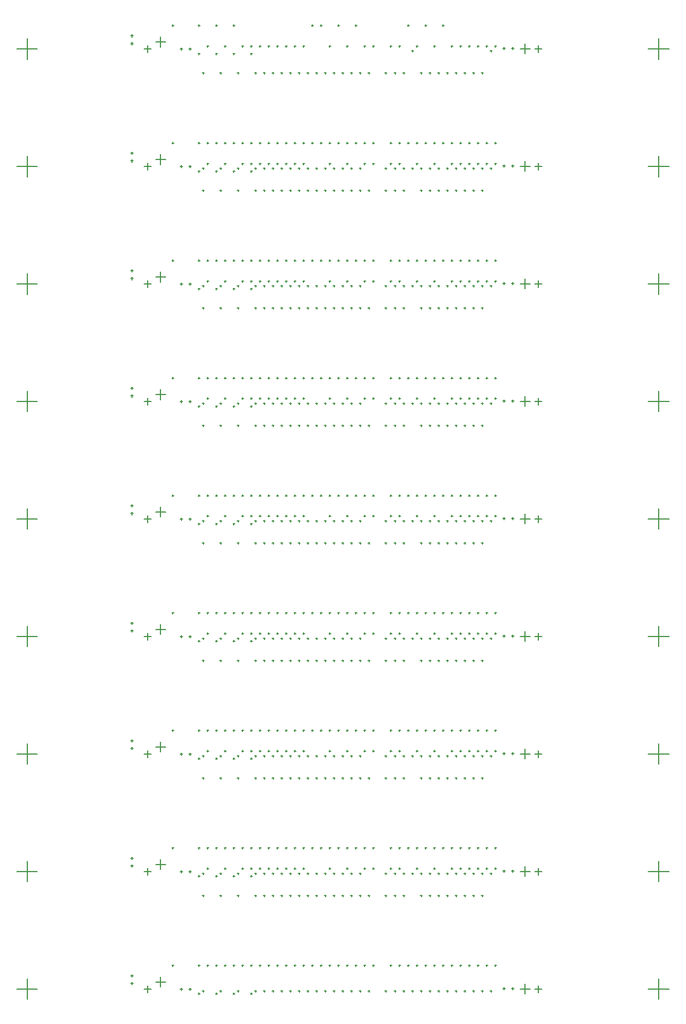
<source format=gbr>
%TF.GenerationSoftware,Altium Limited,Altium Designer,22.11.1 (43)*%
G04 Layer_Color=128*
%FSLAX45Y45*%
%MOMM*%
%TF.SameCoordinates,189E8146-0809-41ED-80BF-86DDFA5291D0*%
%TF.FilePolarity,Positive*%
%TF.FileFunction,Drillmap*%
%TF.Part,Single*%
G01*
G75*
%TA.AperFunction,NonConductor*%
%ADD66C,0.12700*%
D66*
X7557503Y14180002D02*
X7702503D01*
X7630003Y14107503D02*
Y14252502D01*
X2248501Y14280002D02*
X2393501D01*
X2321001Y14207503D02*
Y14352502D01*
X7770000Y14180002D02*
X7870000D01*
X7820000Y14130002D02*
Y14230002D01*
X2079998Y14180002D02*
X2179998D01*
X2129998Y14130002D02*
Y14230002D01*
X2079998Y12469998D02*
X2179998D01*
X2129998Y12419998D02*
Y12519998D01*
X7770000Y12469998D02*
X7870000D01*
X7820000Y12419998D02*
Y12519998D01*
X2248501Y12569998D02*
X2393501D01*
X2321001Y12497498D02*
Y12642498D01*
X7557503Y12469998D02*
X7702503D01*
X7630003Y12397498D02*
Y12542498D01*
X2079998Y10759999D02*
X2179998D01*
X2129998Y10709999D02*
Y10809999D01*
X7770000Y10759999D02*
X7870000D01*
X7820000Y10709999D02*
Y10809999D01*
X2248501Y10859999D02*
X2393501D01*
X2321001Y10787499D02*
Y10932499D01*
X7557503Y10759999D02*
X7702503D01*
X7630003Y10687499D02*
Y10832499D01*
X2079998Y9050000D02*
X2179998D01*
X2129998Y9000000D02*
Y9100000D01*
X7770000Y9050000D02*
X7870000D01*
X7820000Y9000000D02*
Y9100000D01*
X2248501Y9149999D02*
X2393501D01*
X2321001Y9077499D02*
Y9222499D01*
X7557503Y9050000D02*
X7702503D01*
X7630003Y8977500D02*
Y9122500D01*
X2079998Y7340001D02*
X2179998D01*
X2129998Y7290001D02*
Y7390000D01*
X7770000Y7340001D02*
X7870000D01*
X7820000Y7290001D02*
Y7390000D01*
X2248501Y7440000D02*
X2393501D01*
X2321001Y7367500D02*
Y7512500D01*
X7557503Y7340001D02*
X7702503D01*
X7630003Y7267501D02*
Y7412501D01*
X2079998Y5630001D02*
X2179998D01*
X2129998Y5580002D02*
Y5680001D01*
X7770000Y5630001D02*
X7870000D01*
X7820000Y5580002D02*
Y5680001D01*
X2248501Y5730001D02*
X2393501D01*
X2321001Y5657501D02*
Y5802501D01*
X7557503Y5630001D02*
X7702503D01*
X7630003Y5557501D02*
Y5702501D01*
X2079998Y3920002D02*
X2179998D01*
X2129998Y3870002D02*
Y3970002D01*
X7770000Y3920002D02*
X7870000D01*
X7820000Y3870002D02*
Y3970002D01*
X2248501Y4020002D02*
X2393501D01*
X2321001Y3947502D02*
Y4092502D01*
X7557503Y3920002D02*
X7702503D01*
X7630003Y3847502D02*
Y3992502D01*
X2079998Y2209998D02*
X2179998D01*
X2129998Y2159998D02*
Y2259998D01*
X7770000Y2209998D02*
X7870000D01*
X7820000Y2159998D02*
Y2259998D01*
X2248501Y2309998D02*
X2393501D01*
X2321001Y2237498D02*
Y2382498D01*
X7557503Y2209998D02*
X7702503D01*
X7630003Y2137498D02*
Y2282498D01*
X7557503Y499999D02*
X7702503D01*
X7630003Y427499D02*
Y572499D01*
X2248501Y599999D02*
X2393501D01*
X2321001Y527499D02*
Y672499D01*
X7770000Y499999D02*
X7870000D01*
X7820000Y449999D02*
Y549999D01*
X2079998Y499999D02*
X2179998D01*
X2129998Y449999D02*
Y549999D01*
X225001Y499999D02*
X525000D01*
X375001Y349999D02*
Y649999D01*
X225001Y2209998D02*
X525000D01*
X375001Y2059998D02*
Y2359998D01*
X225001Y3920002D02*
X525000D01*
X375001Y3770002D02*
Y4070002D01*
X225001Y5630001D02*
X525000D01*
X375001Y5480001D02*
Y5780001D01*
X225001Y7340001D02*
X525000D01*
X375001Y7190001D02*
Y7490001D01*
X225001Y9050000D02*
X525000D01*
X375001Y8900000D02*
Y9200000D01*
X225001Y10759999D02*
X525000D01*
X375001Y10609999D02*
Y10909999D01*
X225001Y12469998D02*
X525000D01*
X375001Y12319998D02*
Y12619998D01*
X225001Y14180002D02*
X525000D01*
X375001Y14030002D02*
Y14330002D01*
X9425002Y2209998D02*
X9725002D01*
X9575002Y2059998D02*
Y2359998D01*
X9425002Y3920002D02*
X9725002D01*
X9575002Y3770002D02*
Y4070002D01*
X9425002Y5630001D02*
X9725002D01*
X9575002Y5480001D02*
Y5780001D01*
X9425002Y7340001D02*
X9725002D01*
X9575002Y7190001D02*
Y7490001D01*
X9425002Y9050000D02*
X9725002D01*
X9575002Y8900000D02*
Y9200000D01*
X9425002Y10759999D02*
X9725002D01*
X9575002Y10609999D02*
Y10909999D01*
X9425002Y12469998D02*
X9725002D01*
X9575002Y12319998D02*
Y12619998D01*
X9425002Y14180002D02*
X9725002D01*
X9575002Y14030002D02*
Y14330002D01*
X9425002Y499999D02*
X9725002D01*
X9575002Y349999D02*
Y649999D01*
X7433700Y14184502D02*
X7469300D01*
X7451500Y14166702D02*
Y14202301D01*
X7433700Y12474501D02*
X7469300D01*
X7451500Y12456702D02*
Y12492301D01*
X7433700Y10764501D02*
X7469300D01*
X7451500Y10746701D02*
Y10782301D01*
X7433700Y9054501D02*
X7469300D01*
X7451500Y9036701D02*
Y9072301D01*
X7433700Y7344501D02*
X7469300D01*
X7451500Y7326702D02*
Y7362301D01*
X7433700Y5634501D02*
X7469300D01*
X7451500Y5616701D02*
Y5652301D01*
X7433700Y3924501D02*
X7469300D01*
X7451500Y3906702D02*
Y3942301D01*
X7433700Y2214502D02*
X7469300D01*
X7451500Y2196702D02*
Y2232301D01*
X7306727Y504501D02*
X7342276D01*
X7324501Y486726D02*
Y522276D01*
X7433700Y504500D02*
X7469300D01*
X7451500Y486700D02*
Y522300D01*
X2485800Y14520500D02*
X2511200D01*
X2498500Y14507800D02*
Y14533200D01*
X2485800Y12810500D02*
X2511200D01*
X2498500Y12797799D02*
Y12823199D01*
X2485800Y11100499D02*
X2511200D01*
X2498500Y11087799D02*
Y11113199D01*
X2485800Y9390499D02*
X2511200D01*
X2498500Y9377799D02*
Y9403199D01*
X2485800Y7680499D02*
X2511200D01*
X2498500Y7667799D02*
Y7693199D01*
X2485800Y5970499D02*
X2511200D01*
X2498500Y5957799D02*
Y5983199D01*
X2485800Y4260499D02*
X2511200D01*
X2498500Y4247799D02*
Y4273199D01*
X2485800Y2550500D02*
X2511200D01*
X2498500Y2537800D02*
Y2563200D01*
X2866799Y2550500D02*
X2892199D01*
X2879499Y2537800D02*
Y2563200D01*
X2866799Y7680500D02*
X2892199D01*
X2879499Y7667800D02*
Y7693200D01*
X4073300Y2180000D02*
X4098700D01*
X4086000Y2167300D02*
Y2192700D01*
X6105300Y1859001D02*
X6130700D01*
X6118000Y1846301D02*
Y1871701D01*
X2866800Y840500D02*
X2892200D01*
X2879500Y827800D02*
Y853200D01*
X3374799Y14520502D02*
X3400199D01*
X3387499Y14507800D02*
Y14533202D01*
X3819299Y13829001D02*
X3844699D01*
X3831999Y13816301D02*
Y13841701D01*
X3946299Y13829001D02*
X3971699D01*
X3958999Y13816301D02*
Y13841701D01*
X4073299Y13829001D02*
X4098699D01*
X4085999Y13816301D02*
Y13841701D01*
X4200299Y13829001D02*
X4225699D01*
X4212999Y13816301D02*
Y13841701D01*
X4327299Y13829001D02*
X4352699D01*
X4339999Y13816301D02*
Y13841701D01*
X4581299Y13829001D02*
X4606699D01*
X4593999Y13816301D02*
Y13841701D01*
X4708299Y13829001D02*
X4733699D01*
X4720999Y13816301D02*
Y13841701D01*
X4835299Y13829001D02*
X4860699D01*
X4847999Y13816301D02*
Y13841701D01*
X5216299Y13829001D02*
X5241699D01*
X5228999Y13816301D02*
Y13841701D01*
X5342076Y13829001D02*
X5367476D01*
X5354776Y13816301D02*
Y13841701D01*
X5588299Y13829001D02*
X5613699D01*
X5600999Y13816301D02*
Y13841701D01*
X5724299Y13829001D02*
X5749699D01*
X5736999Y13816301D02*
Y13841701D01*
X5851299Y13829001D02*
X5876699D01*
X5863999Y13816301D02*
Y13841701D01*
X6232299Y13829001D02*
X6257699D01*
X6244999Y13816301D02*
Y13841701D01*
X6359300Y13829001D02*
X6384700D01*
X6372000Y13816301D02*
Y13841701D01*
X6486300Y13829001D02*
X6511700D01*
X6499000Y13816301D02*
Y13841701D01*
X6613300Y13829001D02*
X6638700D01*
X6626000Y13816301D02*
Y13841701D01*
X6867299Y13829001D02*
X6892699D01*
X6879999Y13816301D02*
Y13841701D01*
X6994300Y13829001D02*
X7019700D01*
X7007000Y13816301D02*
Y13841701D01*
X3120799Y14520502D02*
X3146199D01*
X3133499Y14507800D02*
Y14533202D01*
X7306726Y14184502D02*
X7342276D01*
X7324501Y14166727D02*
Y14202277D01*
X5978299Y14150002D02*
X6003699D01*
X5990999Y14137302D02*
Y14162701D01*
X2866799Y14520500D02*
X2892199D01*
X2879499Y14507800D02*
Y14533200D01*
X2734726Y14180000D02*
X2770276D01*
X2752501Y14162225D02*
Y14197775D01*
X2607726Y14180000D02*
X2643276D01*
X2625501Y14162225D02*
Y14197775D01*
X3438299Y13829001D02*
X3463699D01*
X3450999Y13816301D02*
Y13841701D01*
X3184299Y13829001D02*
X3209699D01*
X3196999Y13816301D02*
Y13841701D01*
X2930299Y13829001D02*
X2955699D01*
X2942999Y13816301D02*
Y13841701D01*
X2993799Y14220502D02*
X3019199D01*
X3006499Y14207800D02*
Y14233202D01*
X4644799Y14520502D02*
X4670199D01*
X4657499Y14507800D02*
Y14533202D01*
X7184799Y14220502D02*
X7210199D01*
X7197499Y14207800D02*
Y14233202D01*
X7057799Y14220502D02*
X7083199D01*
X7070499Y14207800D02*
Y14233202D01*
X6930799Y14220502D02*
X6956199D01*
X6943499Y14207800D02*
Y14233202D01*
X6803799Y14220502D02*
X6829199D01*
X6816499Y14207800D02*
Y14233202D01*
X6740300Y13829001D02*
X6765700D01*
X6753000Y13816301D02*
Y13841701D01*
X6676799Y14220502D02*
X6702199D01*
X6689499Y14207800D02*
Y14233202D01*
X6549799Y14220502D02*
X6575199D01*
X6562499Y14207800D02*
Y14233202D01*
X6105300Y13829001D02*
X6130700D01*
X6118000Y13816301D02*
Y13841701D01*
X6295799Y14220502D02*
X6321199D01*
X6308499Y14207800D02*
Y14233202D01*
X6041799Y14220502D02*
X6067199D01*
X6054499Y14207800D02*
Y14233202D01*
X5787799Y14220502D02*
X5813199D01*
X5800499Y14207800D02*
Y14233202D01*
X5660799Y14220502D02*
X5686199D01*
X5673499Y14207800D02*
Y14233202D01*
X5406799Y14220502D02*
X5432199D01*
X5419499Y14207800D02*
Y14233202D01*
X5279799Y14220502D02*
X5305199D01*
X5292499Y14207800D02*
Y14233202D01*
X5089299Y13829001D02*
X5114699D01*
X5101999Y13816301D02*
Y13841701D01*
X5025799Y14220502D02*
X5051199D01*
X5038499Y14207800D02*
Y14233202D01*
X4962299Y13829001D02*
X4987699D01*
X4974999Y13816301D02*
Y13841701D01*
X4771799Y14220502D02*
X4797199D01*
X4784499Y14207800D02*
Y14233202D01*
X4454299Y13829001D02*
X4479699D01*
X4466999Y13816301D02*
Y13841701D01*
X4390801Y14220502D02*
X4416201D01*
X4403501Y14207800D02*
Y14233202D01*
X4263799Y14220502D02*
X4289199D01*
X4276499Y14207800D02*
Y14233202D01*
X4136799Y14220502D02*
X4162199D01*
X4149499Y14207800D02*
Y14233202D01*
X4009799Y14220502D02*
X4035199D01*
X4022499Y14207800D02*
Y14233202D01*
X3882799Y14220502D02*
X3908199D01*
X3895499Y14207800D02*
Y14233202D01*
X3755799Y14220502D02*
X3781199D01*
X3768499Y14207800D02*
Y14233202D01*
X3692299Y13829001D02*
X3717699D01*
X3704999Y13816301D02*
Y13841701D01*
X3247799Y14220502D02*
X3273199D01*
X3260499Y14207800D02*
Y14233202D01*
X3628799Y14220502D02*
X3654199D01*
X3641499Y14207800D02*
Y14233202D01*
X3501799Y14220502D02*
X3527199D01*
X3514499Y14207800D02*
Y14233202D01*
X4898799Y14520502D02*
X4924199D01*
X4911499Y14507800D02*
Y14533202D01*
X6422800Y14520502D02*
X6448200D01*
X6435500Y14507800D02*
Y14533202D01*
X5914799Y14520502D02*
X5940199D01*
X5927499Y14507800D02*
Y14533202D01*
X7121299Y14150002D02*
X7146699D01*
X7133999Y14137302D02*
Y14162701D01*
X5152799Y14520502D02*
X5178199D01*
X5165499Y14507800D02*
Y14533202D01*
X4517799Y14520502D02*
X4543199D01*
X4530499Y14507800D02*
Y14533202D01*
X3374799Y14109875D02*
X3400199D01*
X3387499Y14097176D02*
Y14122575D01*
X3120799Y14109875D02*
X3146199D01*
X3133499Y14097176D02*
Y14122575D01*
X2866801Y14109875D02*
X2892201D01*
X2879501Y14097176D02*
Y14122575D01*
X3628799Y14109901D02*
X3654199D01*
X3641499Y14097202D02*
Y14122601D01*
X6168799Y14520502D02*
X6194199D01*
X6181499Y14507800D02*
Y14533202D01*
X3819299Y12119001D02*
X3844699D01*
X3831999Y12106301D02*
Y12131701D01*
X3946299Y12119001D02*
X3971699D01*
X3958999Y12106301D02*
Y12131701D01*
X4073299Y12119001D02*
X4098699D01*
X4085999Y12106301D02*
Y12131701D01*
X4200299Y12119001D02*
X4225699D01*
X4212999Y12106301D02*
Y12131701D01*
X4327299Y12119001D02*
X4352699D01*
X4339999Y12106301D02*
Y12131701D01*
X4581299Y12119001D02*
X4606699D01*
X4593999Y12106301D02*
Y12131701D01*
X4708299Y12119001D02*
X4733699D01*
X4720999Y12106301D02*
Y12131701D01*
X4835299Y12119001D02*
X4860699D01*
X4847999Y12106301D02*
Y12131701D01*
X5216299Y12119001D02*
X5241699D01*
X5228999Y12106301D02*
Y12131701D01*
X5342076Y12119001D02*
X5367476D01*
X5354776Y12106301D02*
Y12131701D01*
X5588299Y12119001D02*
X5613699D01*
X5600999Y12106301D02*
Y12131701D01*
X5724299Y12119001D02*
X5749699D01*
X5736999Y12106301D02*
Y12131701D01*
X5851299Y12119001D02*
X5876699D01*
X5863999Y12106301D02*
Y12131701D01*
X6232299Y12119001D02*
X6257699D01*
X6244999Y12106301D02*
Y12131701D01*
X6359300Y12119001D02*
X6384700D01*
X6372000Y12106301D02*
Y12131701D01*
X6486300Y12119001D02*
X6511700D01*
X6499000Y12106301D02*
Y12131701D01*
X6613300Y12119001D02*
X6638700D01*
X6626000Y12106301D02*
Y12131701D01*
X6867299Y12119001D02*
X6892699D01*
X6879999Y12106301D02*
Y12131701D01*
X6994300Y12119001D02*
X7019700D01*
X7007000Y12106301D02*
Y12131701D01*
X4835299Y12440001D02*
X4860699D01*
X4847999Y12427301D02*
Y12452701D01*
X4962299Y12440001D02*
X4987699D01*
X4974999Y12427301D02*
Y12452701D01*
X7057799Y12810501D02*
X7083199D01*
X7070499Y12797801D02*
Y12823201D01*
X6930799Y12810501D02*
X6956199D01*
X6943499Y12797801D02*
Y12823201D01*
X6867299Y12440001D02*
X6892699D01*
X6879999Y12427301D02*
Y12452701D01*
X6803799Y12810501D02*
X6829199D01*
X6816499Y12797801D02*
Y12823201D01*
X6676799Y12810501D02*
X6702199D01*
X6689499Y12797801D02*
Y12823201D01*
X6740300Y12440001D02*
X6765700D01*
X6753000Y12427301D02*
Y12452701D01*
X6232299Y12440001D02*
X6257699D01*
X6244999Y12427301D02*
Y12452701D01*
X6105300Y12440001D02*
X6130700D01*
X6118000Y12427301D02*
Y12452701D01*
X5851299Y12440001D02*
X5876699D01*
X5863999Y12427301D02*
Y12452701D01*
X5724299Y12440001D02*
X5749699D01*
X5736999Y12427301D02*
Y12452701D01*
X5588299Y12440001D02*
X5613699D01*
X5600999Y12427301D02*
Y12452701D01*
X5787799Y12810501D02*
X5813199D01*
X5800499Y12797801D02*
Y12823201D01*
X4771799Y12810501D02*
X4797199D01*
X4784499Y12797801D02*
Y12823201D01*
X4390801Y12810501D02*
X4416201D01*
X4403501Y12797801D02*
Y12823201D01*
X4327299Y12440001D02*
X4352699D01*
X4339999Y12427301D02*
Y12452701D01*
X4263799Y12810501D02*
X4289199D01*
X4276499Y12797801D02*
Y12823201D01*
X4136799Y12810501D02*
X4162199D01*
X4149499Y12797801D02*
Y12823201D01*
X3882799Y12810501D02*
X3908199D01*
X3895499Y12797801D02*
Y12823201D01*
X3755799Y12810501D02*
X3781199D01*
X3768499Y12797801D02*
Y12823201D01*
X5216299Y12440001D02*
X5241699D01*
X5228999Y12427301D02*
Y12452701D01*
X5089299Y12440001D02*
X5114699D01*
X5101999Y12427301D02*
Y12452701D01*
X4708299Y12440001D02*
X4733699D01*
X4720999Y12427301D02*
Y12452701D01*
X4581299Y12440001D02*
X4606699D01*
X4593999Y12427301D02*
Y12452701D01*
X4454299Y12440001D02*
X4479699D01*
X4466999Y12427301D02*
Y12452701D01*
X4200299Y12440001D02*
X4225699D01*
X4212999Y12427301D02*
Y12452701D01*
X4073299Y12440001D02*
X4098699D01*
X4085999Y12427301D02*
Y12452701D01*
X3946299Y12440001D02*
X3971699D01*
X3958999Y12427301D02*
Y12452701D01*
X3819299Y12440001D02*
X3844699D01*
X3831999Y12427301D02*
Y12452701D01*
X3247799Y12810501D02*
X3273199D01*
X3260499Y12797801D02*
Y12823201D01*
X3120799Y12810501D02*
X3146199D01*
X3133499Y12797801D02*
Y12823201D01*
X3184299Y12440001D02*
X3209699D01*
X3196999Y12427301D02*
Y12452701D01*
X3438299Y12440001D02*
X3463699D01*
X3450999Y12427301D02*
Y12452701D01*
X3628799Y12810501D02*
X3654199D01*
X3641499Y12797801D02*
Y12823201D01*
X7184799Y12810501D02*
X7210199D01*
X7197499Y12797801D02*
Y12823201D01*
X6549799Y12810501D02*
X6575199D01*
X6562499Y12797801D02*
Y12823201D01*
X6295799Y12810501D02*
X6321199D01*
X6308499Y12797801D02*
Y12823201D01*
X6041799Y12810501D02*
X6067199D01*
X6054499Y12797801D02*
Y12823201D01*
X5660799Y12810501D02*
X5686199D01*
X5673499Y12797801D02*
Y12823201D01*
X5406799Y12810501D02*
X5432199D01*
X5419499Y12797801D02*
Y12823201D01*
X5279799Y12810501D02*
X5305199D01*
X5292499Y12797801D02*
Y12823201D01*
X5025799Y12810501D02*
X5051199D01*
X5038499Y12797801D02*
Y12823201D01*
X4009799Y12810501D02*
X4035199D01*
X4022499Y12797801D02*
Y12823201D01*
X3501799Y12810501D02*
X3527199D01*
X3514499Y12797801D02*
Y12823201D01*
X7306726Y12474502D02*
X7342276D01*
X7324501Y12456727D02*
Y12492277D01*
X2993799Y12810501D02*
X3019199D01*
X3006499Y12797801D02*
Y12823201D01*
X2930299Y12440001D02*
X2955699D01*
X2942999Y12427301D02*
Y12452701D01*
X3692299Y12440001D02*
X3717699D01*
X3704999Y12427301D02*
Y12452701D01*
X5978299Y12440001D02*
X6003699D01*
X5990999Y12427301D02*
Y12452701D01*
X2866799Y12810500D02*
X2892199D01*
X2879499Y12797800D02*
Y12823199D01*
X2734726Y12470001D02*
X2770276D01*
X2752501Y12452226D02*
Y12487776D01*
X2607726Y12470001D02*
X2643276D01*
X2625501Y12452226D02*
Y12487776D01*
X3438299Y12119001D02*
X3463699D01*
X3450999Y12106301D02*
Y12131701D01*
X3184299Y12119001D02*
X3209699D01*
X3196999Y12106301D02*
Y12131701D01*
X2930299Y12119001D02*
X2955699D01*
X2942999Y12106301D02*
Y12131701D01*
X2993799Y12510501D02*
X3019199D01*
X3006499Y12497801D02*
Y12523201D01*
X4644799Y12810501D02*
X4670199D01*
X4657499Y12797801D02*
Y12823201D01*
X6359300Y12440001D02*
X6384700D01*
X6372000Y12427301D02*
Y12452701D01*
X6486300Y12440001D02*
X6511700D01*
X6499000Y12427301D02*
Y12452701D01*
X6613300Y12440001D02*
X6638700D01*
X6626000Y12427301D02*
Y12452701D01*
X6994300Y12440001D02*
X7019700D01*
X7007000Y12427301D02*
Y12452701D01*
X7184799Y12510501D02*
X7210199D01*
X7197499Y12497801D02*
Y12523201D01*
X7057799Y12510501D02*
X7083199D01*
X7070499Y12497801D02*
Y12523201D01*
X6930799Y12510501D02*
X6956199D01*
X6943499Y12497801D02*
Y12523201D01*
X6803799Y12510501D02*
X6829199D01*
X6816499Y12497801D02*
Y12523201D01*
X6740300Y12119001D02*
X6765700D01*
X6753000Y12106301D02*
Y12131701D01*
X6676799Y12510501D02*
X6702199D01*
X6689499Y12497801D02*
Y12523201D01*
X6549799Y12510501D02*
X6575199D01*
X6562499Y12497801D02*
Y12523201D01*
X6105300Y12119001D02*
X6130700D01*
X6118000Y12106301D02*
Y12131701D01*
X6295799Y12510501D02*
X6321199D01*
X6308499Y12497801D02*
Y12523201D01*
X6041799Y12510501D02*
X6067199D01*
X6054499Y12497801D02*
Y12523201D01*
X5787799Y12510501D02*
X5813199D01*
X5800499Y12497801D02*
Y12523201D01*
X5660799Y12510501D02*
X5686199D01*
X5673499Y12497801D02*
Y12523201D01*
X5406799Y12510501D02*
X5432199D01*
X5419499Y12497801D02*
Y12523201D01*
X5279799Y12510501D02*
X5305199D01*
X5292499Y12497801D02*
Y12523201D01*
X5089299Y12119001D02*
X5114699D01*
X5101999Y12106301D02*
Y12131701D01*
X5025799Y12510501D02*
X5051199D01*
X5038499Y12497801D02*
Y12523201D01*
X4962299Y12119001D02*
X4987699D01*
X4974999Y12106301D02*
Y12131701D01*
X4771799Y12510501D02*
X4797199D01*
X4784499Y12497801D02*
Y12523201D01*
X4454299Y12119001D02*
X4479699D01*
X4466999Y12106301D02*
Y12131701D01*
X4390801Y12510501D02*
X4416201D01*
X4403501Y12497801D02*
Y12523201D01*
X4263799Y12510501D02*
X4289199D01*
X4276499Y12497801D02*
Y12523201D01*
X4136799Y12510501D02*
X4162199D01*
X4149499Y12497801D02*
Y12523201D01*
X4009799Y12510501D02*
X4035199D01*
X4022499Y12497801D02*
Y12523201D01*
X3882799Y12510501D02*
X3908199D01*
X3895499Y12497801D02*
Y12523201D01*
X3755799Y12510501D02*
X3781199D01*
X3768499Y12497801D02*
Y12523201D01*
X3692299Y12119001D02*
X3717699D01*
X3704999Y12106301D02*
Y12131701D01*
X3247799Y12510501D02*
X3273199D01*
X3260499Y12497801D02*
Y12523201D01*
X3628799Y12510501D02*
X3654199D01*
X3641499Y12497801D02*
Y12523201D01*
X3501799Y12510501D02*
X3527199D01*
X3514499Y12497801D02*
Y12523201D01*
X4898799Y12810501D02*
X4924199D01*
X4911499Y12797801D02*
Y12823201D01*
X6422800Y12810501D02*
X6448200D01*
X6435500Y12797801D02*
Y12823201D01*
X5914799Y12810501D02*
X5940199D01*
X5927499Y12797801D02*
Y12823201D01*
X7121299Y12440001D02*
X7146699D01*
X7133999Y12427301D02*
Y12452701D01*
X5152799Y12810501D02*
X5178199D01*
X5165499Y12797801D02*
Y12823201D01*
X4517799Y12810501D02*
X4543199D01*
X4530499Y12797801D02*
Y12823201D01*
X3374799Y12399876D02*
X3400199D01*
X3387499Y12387176D02*
Y12412576D01*
X3374799Y12810501D02*
X3400199D01*
X3387499Y12797801D02*
Y12823201D01*
X3120799Y12399876D02*
X3146199D01*
X3133499Y12387176D02*
Y12412576D01*
X2866801Y12399876D02*
X2892201D01*
X2879501Y12387176D02*
Y12412576D01*
X3628799Y12399901D02*
X3654199D01*
X3641499Y12387201D02*
Y12412601D01*
X6168799Y12810501D02*
X6194199D01*
X6181499Y12797801D02*
Y12823201D01*
X3819299Y10409001D02*
X3844699D01*
X3831999Y10396301D02*
Y10421701D01*
X3946299Y10409001D02*
X3971699D01*
X3958999Y10396301D02*
Y10421701D01*
X4073299Y10409001D02*
X4098699D01*
X4085999Y10396301D02*
Y10421701D01*
X4200299Y10409001D02*
X4225699D01*
X4212999Y10396301D02*
Y10421701D01*
X4327299Y10409001D02*
X4352699D01*
X4339999Y10396301D02*
Y10421701D01*
X4581299Y10409001D02*
X4606699D01*
X4593999Y10396301D02*
Y10421701D01*
X4708299Y10409001D02*
X4733699D01*
X4720999Y10396301D02*
Y10421701D01*
X4835299Y10409001D02*
X4860699D01*
X4847999Y10396301D02*
Y10421701D01*
X5216299Y10409001D02*
X5241699D01*
X5228999Y10396301D02*
Y10421701D01*
X5342076Y10409001D02*
X5367476D01*
X5354776Y10396301D02*
Y10421701D01*
X5588299Y10409001D02*
X5613699D01*
X5600999Y10396301D02*
Y10421701D01*
X5724299Y10409001D02*
X5749699D01*
X5736999Y10396301D02*
Y10421701D01*
X5851299Y10409001D02*
X5876699D01*
X5863999Y10396301D02*
Y10421701D01*
X6232299Y10409001D02*
X6257699D01*
X6244999Y10396301D02*
Y10421701D01*
X6359300Y10409001D02*
X6384700D01*
X6372000Y10396301D02*
Y10421701D01*
X6486300Y10409001D02*
X6511700D01*
X6499000Y10396301D02*
Y10421701D01*
X6613300Y10409001D02*
X6638700D01*
X6626000Y10396301D02*
Y10421701D01*
X6867299Y10409001D02*
X6892699D01*
X6879999Y10396301D02*
Y10421701D01*
X6994300Y10409001D02*
X7019700D01*
X7007000Y10396301D02*
Y10421701D01*
X4835299Y10730000D02*
X4860699D01*
X4847999Y10717300D02*
Y10742700D01*
X4962299Y10730000D02*
X4987699D01*
X4974999Y10717300D02*
Y10742700D01*
X7057799Y11100501D02*
X7083199D01*
X7070499Y11087801D02*
Y11113201D01*
X6930799Y11100501D02*
X6956199D01*
X6943499Y11087801D02*
Y11113201D01*
X6867299Y10730000D02*
X6892699D01*
X6879999Y10717300D02*
Y10742700D01*
X6803799Y11100501D02*
X6829199D01*
X6816499Y11087801D02*
Y11113201D01*
X6676799Y11100501D02*
X6702199D01*
X6689499Y11087801D02*
Y11113201D01*
X6740300Y10730000D02*
X6765700D01*
X6753000Y10717300D02*
Y10742700D01*
X6232299Y10730000D02*
X6257699D01*
X6244999Y10717300D02*
Y10742700D01*
X6105300Y10730000D02*
X6130700D01*
X6118000Y10717300D02*
Y10742700D01*
X5851299Y10730000D02*
X5876699D01*
X5863999Y10717300D02*
Y10742700D01*
X5724299Y10730000D02*
X5749699D01*
X5736999Y10717300D02*
Y10742700D01*
X5588299Y10730000D02*
X5613699D01*
X5600999Y10717300D02*
Y10742700D01*
X5787799Y11100501D02*
X5813199D01*
X5800499Y11087801D02*
Y11113201D01*
X4771799Y11100501D02*
X4797199D01*
X4784499Y11087801D02*
Y11113201D01*
X4390801Y11100501D02*
X4416201D01*
X4403501Y11087801D02*
Y11113201D01*
X4327299Y10730000D02*
X4352699D01*
X4339999Y10717300D02*
Y10742700D01*
X4263799Y11100501D02*
X4289199D01*
X4276499Y11087801D02*
Y11113201D01*
X4136799Y11100501D02*
X4162199D01*
X4149499Y11087801D02*
Y11113201D01*
X3882799Y11100501D02*
X3908199D01*
X3895499Y11087801D02*
Y11113201D01*
X3755799Y11100501D02*
X3781199D01*
X3768499Y11087801D02*
Y11113201D01*
X5216299Y10730000D02*
X5241699D01*
X5228999Y10717300D02*
Y10742700D01*
X5089299Y10730000D02*
X5114699D01*
X5101999Y10717300D02*
Y10742700D01*
X4708299Y10730000D02*
X4733699D01*
X4720999Y10717300D02*
Y10742700D01*
X4581299Y10730000D02*
X4606699D01*
X4593999Y10717300D02*
Y10742700D01*
X4454299Y10730000D02*
X4479699D01*
X4466999Y10717300D02*
Y10742700D01*
X4200299Y10730000D02*
X4225699D01*
X4212999Y10717300D02*
Y10742700D01*
X4073299Y10730000D02*
X4098699D01*
X4085999Y10717300D02*
Y10742700D01*
X3946299Y10730000D02*
X3971699D01*
X3958999Y10717300D02*
Y10742700D01*
X3819299Y10730000D02*
X3844699D01*
X3831999Y10717300D02*
Y10742700D01*
X3247799Y11100501D02*
X3273199D01*
X3260499Y11087801D02*
Y11113201D01*
X3120799Y11100501D02*
X3146199D01*
X3133499Y11087801D02*
Y11113201D01*
X3184299Y10730000D02*
X3209699D01*
X3196999Y10717300D02*
Y10742700D01*
X3438299Y10730000D02*
X3463699D01*
X3450999Y10717300D02*
Y10742700D01*
X3628799Y11100501D02*
X3654199D01*
X3641499Y11087801D02*
Y11113201D01*
X7184799Y11100501D02*
X7210199D01*
X7197499Y11087801D02*
Y11113201D01*
X6549799Y11100501D02*
X6575199D01*
X6562499Y11087801D02*
Y11113201D01*
X6295799Y11100501D02*
X6321199D01*
X6308499Y11087801D02*
Y11113201D01*
X6041799Y11100501D02*
X6067199D01*
X6054499Y11087801D02*
Y11113201D01*
X5660799Y11100501D02*
X5686199D01*
X5673499Y11087801D02*
Y11113201D01*
X5406799Y11100501D02*
X5432199D01*
X5419499Y11087801D02*
Y11113201D01*
X5279799Y11100501D02*
X5305199D01*
X5292499Y11087801D02*
Y11113201D01*
X5025799Y11100501D02*
X5051199D01*
X5038499Y11087801D02*
Y11113201D01*
X4009799Y11100501D02*
X4035199D01*
X4022499Y11087801D02*
Y11113201D01*
X3501799Y11100501D02*
X3527199D01*
X3514499Y11087801D02*
Y11113201D01*
X7306726Y10764502D02*
X7342276D01*
X7324501Y10746727D02*
Y10782277D01*
X2993799Y11100501D02*
X3019199D01*
X3006499Y11087801D02*
Y11113201D01*
X2930299Y10730000D02*
X2955699D01*
X2942999Y10717300D02*
Y10742700D01*
X3692299Y10730000D02*
X3717699D01*
X3704999Y10717300D02*
Y10742700D01*
X5978299Y10730000D02*
X6003699D01*
X5990999Y10717300D02*
Y10742700D01*
X2866799Y11100500D02*
X2892199D01*
X2879499Y11087800D02*
Y11113200D01*
X2734726Y10760001D02*
X2770276D01*
X2752501Y10742226D02*
Y10777775D01*
X2607726Y10760001D02*
X2643276D01*
X2625501Y10742226D02*
Y10777775D01*
X3438299Y10409001D02*
X3463699D01*
X3450999Y10396301D02*
Y10421701D01*
X3184299Y10409001D02*
X3209699D01*
X3196999Y10396301D02*
Y10421701D01*
X2930299Y10409001D02*
X2955699D01*
X2942999Y10396301D02*
Y10421701D01*
X2993799Y10800500D02*
X3019199D01*
X3006499Y10787800D02*
Y10813200D01*
X4644799Y11100501D02*
X4670199D01*
X4657499Y11087801D02*
Y11113201D01*
X6359300Y10730000D02*
X6384700D01*
X6372000Y10717300D02*
Y10742700D01*
X6486300Y10730000D02*
X6511700D01*
X6499000Y10717300D02*
Y10742700D01*
X6613300Y10730000D02*
X6638700D01*
X6626000Y10717300D02*
Y10742700D01*
X6994300Y10730000D02*
X7019700D01*
X7007000Y10717300D02*
Y10742700D01*
X7184799Y10800500D02*
X7210199D01*
X7197499Y10787800D02*
Y10813200D01*
X7057799Y10800500D02*
X7083199D01*
X7070499Y10787800D02*
Y10813200D01*
X6930799Y10800500D02*
X6956199D01*
X6943499Y10787800D02*
Y10813200D01*
X6803799Y10800500D02*
X6829199D01*
X6816499Y10787800D02*
Y10813200D01*
X6740300Y10409001D02*
X6765700D01*
X6753000Y10396301D02*
Y10421701D01*
X6676799Y10800500D02*
X6702199D01*
X6689499Y10787800D02*
Y10813200D01*
X6549799Y10800500D02*
X6575199D01*
X6562499Y10787800D02*
Y10813200D01*
X6105300Y10409001D02*
X6130700D01*
X6118000Y10396301D02*
Y10421701D01*
X6295799Y10800500D02*
X6321199D01*
X6308499Y10787800D02*
Y10813200D01*
X6041799Y10800500D02*
X6067199D01*
X6054499Y10787800D02*
Y10813200D01*
X5787799Y10800500D02*
X5813199D01*
X5800499Y10787800D02*
Y10813200D01*
X5660799Y10800500D02*
X5686199D01*
X5673499Y10787800D02*
Y10813200D01*
X5406799Y10800500D02*
X5432199D01*
X5419499Y10787800D02*
Y10813200D01*
X5279799Y10800500D02*
X5305199D01*
X5292499Y10787800D02*
Y10813200D01*
X5089299Y10409001D02*
X5114699D01*
X5101999Y10396301D02*
Y10421701D01*
X5025799Y10800500D02*
X5051199D01*
X5038499Y10787800D02*
Y10813200D01*
X4962299Y10409001D02*
X4987699D01*
X4974999Y10396301D02*
Y10421701D01*
X4771799Y10800500D02*
X4797199D01*
X4784499Y10787800D02*
Y10813200D01*
X4454299Y10409001D02*
X4479699D01*
X4466999Y10396301D02*
Y10421701D01*
X4390801Y10800500D02*
X4416201D01*
X4403501Y10787800D02*
Y10813200D01*
X4263799Y10800500D02*
X4289199D01*
X4276499Y10787800D02*
Y10813200D01*
X4136799Y10800500D02*
X4162199D01*
X4149499Y10787800D02*
Y10813200D01*
X4009799Y10800500D02*
X4035199D01*
X4022499Y10787800D02*
Y10813200D01*
X3882799Y10800500D02*
X3908199D01*
X3895499Y10787800D02*
Y10813200D01*
X3755799Y10800500D02*
X3781199D01*
X3768499Y10787800D02*
Y10813200D01*
X3692299Y10409001D02*
X3717699D01*
X3704999Y10396301D02*
Y10421701D01*
X3247799Y10800500D02*
X3273199D01*
X3260499Y10787800D02*
Y10813200D01*
X3628799Y10800500D02*
X3654199D01*
X3641499Y10787800D02*
Y10813200D01*
X3501799Y10800500D02*
X3527199D01*
X3514499Y10787800D02*
Y10813200D01*
X4898799Y11100501D02*
X4924199D01*
X4911499Y11087801D02*
Y11113201D01*
X6422800Y11100501D02*
X6448200D01*
X6435500Y11087801D02*
Y11113201D01*
X5914799Y11100501D02*
X5940199D01*
X5927499Y11087801D02*
Y11113201D01*
X7121299Y10730000D02*
X7146699D01*
X7133999Y10717300D02*
Y10742700D01*
X5152799Y11100501D02*
X5178199D01*
X5165499Y11087801D02*
Y11113201D01*
X4517799Y11100501D02*
X4543199D01*
X4530499Y11087801D02*
Y11113201D01*
X3374799Y10689875D02*
X3400199D01*
X3387499Y10677175D02*
Y10702575D01*
X3374799Y11100501D02*
X3400199D01*
X3387499Y11087801D02*
Y11113201D01*
X3120799Y10689875D02*
X3146199D01*
X3133499Y10677175D02*
Y10702575D01*
X2866801Y10689875D02*
X2892201D01*
X2879501Y10677175D02*
Y10702575D01*
X3628799Y10689900D02*
X3654199D01*
X3641499Y10677200D02*
Y10702600D01*
X6168799Y11100501D02*
X6194199D01*
X6181499Y11087801D02*
Y11113201D01*
X3819299Y8699001D02*
X3844699D01*
X3831999Y8686301D02*
Y8711701D01*
X3946299Y8699001D02*
X3971699D01*
X3958999Y8686301D02*
Y8711701D01*
X4073299Y8699001D02*
X4098699D01*
X4085999Y8686301D02*
Y8711701D01*
X4200299Y8699001D02*
X4225699D01*
X4212999Y8686301D02*
Y8711701D01*
X4327299Y8699001D02*
X4352699D01*
X4339999Y8686301D02*
Y8711701D01*
X4581299Y8699001D02*
X4606699D01*
X4593999Y8686301D02*
Y8711701D01*
X4708299Y8699001D02*
X4733699D01*
X4720999Y8686301D02*
Y8711701D01*
X4835299Y8699001D02*
X4860699D01*
X4847999Y8686301D02*
Y8711701D01*
X5216299Y8699001D02*
X5241699D01*
X5228999Y8686301D02*
Y8711701D01*
X5342076Y8699001D02*
X5367476D01*
X5354776Y8686301D02*
Y8711701D01*
X5588299Y8699001D02*
X5613699D01*
X5600999Y8686301D02*
Y8711701D01*
X5724299Y8699001D02*
X5749699D01*
X5736999Y8686301D02*
Y8711701D01*
X5851299Y8699001D02*
X5876699D01*
X5863999Y8686301D02*
Y8711701D01*
X6232299Y8699001D02*
X6257699D01*
X6244999Y8686301D02*
Y8711701D01*
X6359300Y8699001D02*
X6384700D01*
X6372000Y8686301D02*
Y8711701D01*
X6486300Y8699001D02*
X6511700D01*
X6499000Y8686301D02*
Y8711701D01*
X6613300Y8699001D02*
X6638700D01*
X6626000Y8686301D02*
Y8711701D01*
X6867299Y8699001D02*
X6892699D01*
X6879999Y8686301D02*
Y8711701D01*
X6994300Y8699001D02*
X7019700D01*
X7007000Y8686301D02*
Y8711701D01*
X4835299Y9020001D02*
X4860699D01*
X4847999Y9007301D02*
Y9032701D01*
X4962299Y9020001D02*
X4987699D01*
X4974999Y9007301D02*
Y9032701D01*
X7057799Y9390501D02*
X7083199D01*
X7070499Y9377801D02*
Y9403201D01*
X6930799Y9390501D02*
X6956199D01*
X6943499Y9377801D02*
Y9403201D01*
X6867299Y9020001D02*
X6892699D01*
X6879999Y9007301D02*
Y9032701D01*
X6803799Y9390501D02*
X6829199D01*
X6816499Y9377801D02*
Y9403201D01*
X6676799Y9390501D02*
X6702199D01*
X6689499Y9377801D02*
Y9403201D01*
X6740300Y9020001D02*
X6765700D01*
X6753000Y9007301D02*
Y9032701D01*
X6232299Y9020001D02*
X6257699D01*
X6244999Y9007301D02*
Y9032701D01*
X6105300Y9020001D02*
X6130700D01*
X6118000Y9007301D02*
Y9032701D01*
X5851299Y9020001D02*
X5876699D01*
X5863999Y9007301D02*
Y9032701D01*
X5724299Y9020001D02*
X5749699D01*
X5736999Y9007301D02*
Y9032701D01*
X5588299Y9020001D02*
X5613699D01*
X5600999Y9007301D02*
Y9032701D01*
X5787799Y9390501D02*
X5813199D01*
X5800499Y9377801D02*
Y9403201D01*
X4771799Y9390501D02*
X4797199D01*
X4784499Y9377801D02*
Y9403201D01*
X4390801Y9390501D02*
X4416201D01*
X4403501Y9377801D02*
Y9403201D01*
X4327299Y9020001D02*
X4352699D01*
X4339999Y9007301D02*
Y9032701D01*
X4263799Y9390501D02*
X4289199D01*
X4276499Y9377801D02*
Y9403201D01*
X4136799Y9390501D02*
X4162199D01*
X4149499Y9377801D02*
Y9403201D01*
X3882799Y9390501D02*
X3908199D01*
X3895499Y9377801D02*
Y9403201D01*
X3755799Y9390501D02*
X3781199D01*
X3768499Y9377801D02*
Y9403201D01*
X5216299Y9020001D02*
X5241699D01*
X5228999Y9007301D02*
Y9032701D01*
X5089299Y9020001D02*
X5114699D01*
X5101999Y9007301D02*
Y9032701D01*
X4708299Y9020001D02*
X4733699D01*
X4720999Y9007301D02*
Y9032701D01*
X4581299Y9020001D02*
X4606699D01*
X4593999Y9007301D02*
Y9032701D01*
X4454299Y9020001D02*
X4479699D01*
X4466999Y9007301D02*
Y9032701D01*
X4200299Y9020001D02*
X4225699D01*
X4212999Y9007301D02*
Y9032701D01*
X4073299Y9020001D02*
X4098699D01*
X4085999Y9007301D02*
Y9032701D01*
X3946299Y9020001D02*
X3971699D01*
X3958999Y9007301D02*
Y9032701D01*
X3819299Y9020001D02*
X3844699D01*
X3831999Y9007301D02*
Y9032701D01*
X3247799Y9390501D02*
X3273199D01*
X3260499Y9377801D02*
Y9403201D01*
X3120799Y9390501D02*
X3146199D01*
X3133499Y9377801D02*
Y9403201D01*
X3184299Y9020001D02*
X3209699D01*
X3196999Y9007301D02*
Y9032701D01*
X3438299Y9020001D02*
X3463699D01*
X3450999Y9007301D02*
Y9032701D01*
X3628799Y9390501D02*
X3654199D01*
X3641499Y9377801D02*
Y9403201D01*
X7184799Y9390501D02*
X7210199D01*
X7197499Y9377801D02*
Y9403201D01*
X6549799Y9390501D02*
X6575199D01*
X6562499Y9377801D02*
Y9403201D01*
X6295799Y9390501D02*
X6321199D01*
X6308499Y9377801D02*
Y9403201D01*
X6041799Y9390501D02*
X6067199D01*
X6054499Y9377801D02*
Y9403201D01*
X5660799Y9390501D02*
X5686199D01*
X5673499Y9377801D02*
Y9403201D01*
X5406799Y9390501D02*
X5432199D01*
X5419499Y9377801D02*
Y9403201D01*
X5279799Y9390501D02*
X5305199D01*
X5292499Y9377801D02*
Y9403201D01*
X5025799Y9390501D02*
X5051199D01*
X5038499Y9377801D02*
Y9403201D01*
X4009799Y9390501D02*
X4035199D01*
X4022499Y9377801D02*
Y9403201D01*
X3501799Y9390501D02*
X3527199D01*
X3514499Y9377801D02*
Y9403201D01*
X7306726Y9054502D02*
X7342276D01*
X7324501Y9036727D02*
Y9072277D01*
X2993799Y9390501D02*
X3019199D01*
X3006499Y9377801D02*
Y9403201D01*
X2930299Y9020001D02*
X2955699D01*
X2942999Y9007301D02*
Y9032701D01*
X3692299Y9020001D02*
X3717699D01*
X3704999Y9007301D02*
Y9032701D01*
X5978299Y9020001D02*
X6003699D01*
X5990999Y9007301D02*
Y9032701D01*
X2866799Y9390500D02*
X2892199D01*
X2879499Y9377800D02*
Y9403200D01*
X2734726Y9050001D02*
X2770276D01*
X2752501Y9032226D02*
Y9067776D01*
X2607726Y9050001D02*
X2643276D01*
X2625501Y9032226D02*
Y9067776D01*
X3438299Y8699001D02*
X3463699D01*
X3450999Y8686301D02*
Y8711701D01*
X3184299Y8699001D02*
X3209699D01*
X3196999Y8686301D02*
Y8711701D01*
X2930299Y8699001D02*
X2955699D01*
X2942999Y8686301D02*
Y8711701D01*
X2993799Y9090501D02*
X3019199D01*
X3006499Y9077801D02*
Y9103201D01*
X4644799Y9390501D02*
X4670199D01*
X4657499Y9377801D02*
Y9403201D01*
X6359300Y9020001D02*
X6384700D01*
X6372000Y9007301D02*
Y9032701D01*
X6486300Y9020001D02*
X6511700D01*
X6499000Y9007301D02*
Y9032701D01*
X6613300Y9020001D02*
X6638700D01*
X6626000Y9007301D02*
Y9032701D01*
X6994300Y9020001D02*
X7019700D01*
X7007000Y9007301D02*
Y9032701D01*
X7184799Y9090501D02*
X7210199D01*
X7197499Y9077801D02*
Y9103201D01*
X7057799Y9090501D02*
X7083199D01*
X7070499Y9077801D02*
Y9103201D01*
X6930799Y9090501D02*
X6956199D01*
X6943499Y9077801D02*
Y9103201D01*
X6803799Y9090501D02*
X6829199D01*
X6816499Y9077801D02*
Y9103201D01*
X6740300Y8699001D02*
X6765700D01*
X6753000Y8686301D02*
Y8711701D01*
X6676799Y9090501D02*
X6702199D01*
X6689499Y9077801D02*
Y9103201D01*
X6549799Y9090501D02*
X6575199D01*
X6562499Y9077801D02*
Y9103201D01*
X6105300Y8699001D02*
X6130700D01*
X6118000Y8686301D02*
Y8711701D01*
X6295799Y9090501D02*
X6321199D01*
X6308499Y9077801D02*
Y9103201D01*
X6041799Y9090501D02*
X6067199D01*
X6054499Y9077801D02*
Y9103201D01*
X5787799Y9090501D02*
X5813199D01*
X5800499Y9077801D02*
Y9103201D01*
X5660799Y9090501D02*
X5686199D01*
X5673499Y9077801D02*
Y9103201D01*
X5406799Y9090501D02*
X5432199D01*
X5419499Y9077801D02*
Y9103201D01*
X5279799Y9090501D02*
X5305199D01*
X5292499Y9077801D02*
Y9103201D01*
X5089299Y8699001D02*
X5114699D01*
X5101999Y8686301D02*
Y8711701D01*
X5025799Y9090501D02*
X5051199D01*
X5038499Y9077801D02*
Y9103201D01*
X4962299Y8699001D02*
X4987699D01*
X4974999Y8686301D02*
Y8711701D01*
X4771799Y9090501D02*
X4797199D01*
X4784499Y9077801D02*
Y9103201D01*
X4454299Y8699001D02*
X4479699D01*
X4466999Y8686301D02*
Y8711701D01*
X4390801Y9090501D02*
X4416201D01*
X4403501Y9077801D02*
Y9103201D01*
X4263799Y9090501D02*
X4289199D01*
X4276499Y9077801D02*
Y9103201D01*
X4136799Y9090501D02*
X4162199D01*
X4149499Y9077801D02*
Y9103201D01*
X4009799Y9090501D02*
X4035199D01*
X4022499Y9077801D02*
Y9103201D01*
X3882799Y9090501D02*
X3908199D01*
X3895499Y9077801D02*
Y9103201D01*
X3755799Y9090501D02*
X3781199D01*
X3768499Y9077801D02*
Y9103201D01*
X3692299Y8699001D02*
X3717699D01*
X3704999Y8686301D02*
Y8711701D01*
X3247799Y9090501D02*
X3273199D01*
X3260499Y9077801D02*
Y9103201D01*
X3628799Y9090501D02*
X3654199D01*
X3641499Y9077801D02*
Y9103201D01*
X3501799Y9090501D02*
X3527199D01*
X3514499Y9077801D02*
Y9103201D01*
X4898799Y9390501D02*
X4924199D01*
X4911499Y9377801D02*
Y9403201D01*
X6422800Y9390501D02*
X6448200D01*
X6435500Y9377801D02*
Y9403201D01*
X5914799Y9390501D02*
X5940199D01*
X5927499Y9377801D02*
Y9403201D01*
X7121299Y9020001D02*
X7146699D01*
X7133999Y9007301D02*
Y9032701D01*
X5152799Y9390501D02*
X5178199D01*
X5165499Y9377801D02*
Y9403201D01*
X4517799Y9390501D02*
X4543199D01*
X4530499Y9377801D02*
Y9403201D01*
X3374799Y8979876D02*
X3400199D01*
X3387499Y8967176D02*
Y8992576D01*
X3374799Y9390501D02*
X3400199D01*
X3387499Y9377801D02*
Y9403201D01*
X3120799Y8979876D02*
X3146199D01*
X3133499Y8967176D02*
Y8992576D01*
X2866801Y8979876D02*
X2892201D01*
X2879501Y8967176D02*
Y8992576D01*
X3628799Y8979901D02*
X3654199D01*
X3641499Y8967201D02*
Y8992601D01*
X6168799Y9390501D02*
X6194199D01*
X6181499Y9377801D02*
Y9403201D01*
X3819299Y6989001D02*
X3844699D01*
X3831999Y6976301D02*
Y7001701D01*
X3946299Y6989001D02*
X3971699D01*
X3958999Y6976301D02*
Y7001701D01*
X4073299Y6989001D02*
X4098699D01*
X4085999Y6976301D02*
Y7001701D01*
X4200299Y6989001D02*
X4225699D01*
X4212999Y6976301D02*
Y7001701D01*
X4327299Y6989001D02*
X4352699D01*
X4339999Y6976301D02*
Y7001701D01*
X4581299Y6989001D02*
X4606699D01*
X4593999Y6976301D02*
Y7001701D01*
X4708299Y6989001D02*
X4733699D01*
X4720999Y6976301D02*
Y7001701D01*
X4835299Y6989001D02*
X4860699D01*
X4847999Y6976301D02*
Y7001701D01*
X5216299Y6989001D02*
X5241699D01*
X5228999Y6976301D02*
Y7001701D01*
X5342076Y6989001D02*
X5367476D01*
X5354776Y6976301D02*
Y7001701D01*
X5588299Y6989001D02*
X5613699D01*
X5600999Y6976301D02*
Y7001701D01*
X5724299Y6989001D02*
X5749699D01*
X5736999Y6976301D02*
Y7001701D01*
X5851299Y6989001D02*
X5876699D01*
X5863999Y6976301D02*
Y7001701D01*
X6232299Y6989001D02*
X6257699D01*
X6244999Y6976301D02*
Y7001701D01*
X6359300Y6989001D02*
X6384700D01*
X6372000Y6976301D02*
Y7001701D01*
X6486300Y6989001D02*
X6511700D01*
X6499000Y6976301D02*
Y7001701D01*
X6613300Y6989001D02*
X6638700D01*
X6626000Y6976301D02*
Y7001701D01*
X6867299Y6989001D02*
X6892699D01*
X6879999Y6976301D02*
Y7001701D01*
X6994300Y6989001D02*
X7019700D01*
X7007000Y6976301D02*
Y7001701D01*
X4835299Y7310001D02*
X4860699D01*
X4847999Y7297301D02*
Y7322701D01*
X4962299Y7310001D02*
X4987699D01*
X4974999Y7297301D02*
Y7322701D01*
X7057799Y7680501D02*
X7083199D01*
X7070499Y7667801D02*
Y7693201D01*
X6930799Y7680501D02*
X6956199D01*
X6943499Y7667801D02*
Y7693201D01*
X6867299Y7310001D02*
X6892699D01*
X6879999Y7297301D02*
Y7322701D01*
X6803799Y7680501D02*
X6829199D01*
X6816499Y7667801D02*
Y7693201D01*
X6676799Y7680501D02*
X6702199D01*
X6689499Y7667801D02*
Y7693201D01*
X6740300Y7310001D02*
X6765700D01*
X6753000Y7297301D02*
Y7322701D01*
X6232299Y7310001D02*
X6257699D01*
X6244999Y7297301D02*
Y7322701D01*
X6105300Y7310001D02*
X6130700D01*
X6118000Y7297301D02*
Y7322701D01*
X5851299Y7310001D02*
X5876699D01*
X5863999Y7297301D02*
Y7322701D01*
X5724299Y7310001D02*
X5749699D01*
X5736999Y7297301D02*
Y7322701D01*
X5588299Y7310001D02*
X5613699D01*
X5600999Y7297301D02*
Y7322701D01*
X5787799Y7680501D02*
X5813199D01*
X5800499Y7667801D02*
Y7693201D01*
X4771799Y7680501D02*
X4797199D01*
X4784499Y7667801D02*
Y7693201D01*
X4390801Y7680501D02*
X4416201D01*
X4403501Y7667801D02*
Y7693201D01*
X4327299Y7310001D02*
X4352699D01*
X4339999Y7297301D02*
Y7322701D01*
X4263799Y7680501D02*
X4289199D01*
X4276499Y7667801D02*
Y7693201D01*
X4136799Y7680501D02*
X4162199D01*
X4149499Y7667801D02*
Y7693201D01*
X3882799Y7680501D02*
X3908199D01*
X3895499Y7667801D02*
Y7693201D01*
X3755799Y7680501D02*
X3781199D01*
X3768499Y7667801D02*
Y7693201D01*
X5216299Y7310001D02*
X5241699D01*
X5228999Y7297301D02*
Y7322701D01*
X5089299Y7310001D02*
X5114699D01*
X5101999Y7297301D02*
Y7322701D01*
X4708299Y7310001D02*
X4733699D01*
X4720999Y7297301D02*
Y7322701D01*
X4581299Y7310001D02*
X4606699D01*
X4593999Y7297301D02*
Y7322701D01*
X4454299Y7310001D02*
X4479699D01*
X4466999Y7297301D02*
Y7322701D01*
X4200299Y7310001D02*
X4225699D01*
X4212999Y7297301D02*
Y7322701D01*
X4073299Y7310001D02*
X4098699D01*
X4085999Y7297301D02*
Y7322701D01*
X3946299Y7310001D02*
X3971699D01*
X3958999Y7297301D02*
Y7322701D01*
X3819299Y7310001D02*
X3844699D01*
X3831999Y7297301D02*
Y7322701D01*
X3247799Y7680501D02*
X3273199D01*
X3260499Y7667801D02*
Y7693201D01*
X3120799Y7680501D02*
X3146199D01*
X3133499Y7667801D02*
Y7693201D01*
X3184299Y7310001D02*
X3209699D01*
X3196999Y7297301D02*
Y7322701D01*
X3438299Y7310001D02*
X3463699D01*
X3450999Y7297301D02*
Y7322701D01*
X3628799Y7680501D02*
X3654199D01*
X3641499Y7667801D02*
Y7693201D01*
X7184799Y7680501D02*
X7210199D01*
X7197499Y7667801D02*
Y7693201D01*
X6549799Y7680501D02*
X6575199D01*
X6562499Y7667801D02*
Y7693201D01*
X6295799Y7680501D02*
X6321199D01*
X6308499Y7667801D02*
Y7693201D01*
X6041799Y7680501D02*
X6067199D01*
X6054499Y7667801D02*
Y7693201D01*
X5660799Y7680501D02*
X5686199D01*
X5673499Y7667801D02*
Y7693201D01*
X5406799Y7680501D02*
X5432199D01*
X5419499Y7667801D02*
Y7693201D01*
X5279799Y7680501D02*
X5305199D01*
X5292499Y7667801D02*
Y7693201D01*
X5025799Y7680501D02*
X5051199D01*
X5038499Y7667801D02*
Y7693201D01*
X4009799Y7680501D02*
X4035199D01*
X4022499Y7667801D02*
Y7693201D01*
X3501799Y7680501D02*
X3527199D01*
X3514499Y7667801D02*
Y7693201D01*
X7306726Y7344502D02*
X7342276D01*
X7324501Y7326727D02*
Y7362277D01*
X2993799Y7680501D02*
X3019199D01*
X3006499Y7667801D02*
Y7693201D01*
X2930299Y7310001D02*
X2955699D01*
X2942999Y7297301D02*
Y7322701D01*
X3692299Y7310001D02*
X3717699D01*
X3704999Y7297301D02*
Y7322701D01*
X5978299Y7310001D02*
X6003699D01*
X5990999Y7297301D02*
Y7322701D01*
X2734726Y7340001D02*
X2770276D01*
X2752501Y7322226D02*
Y7357776D01*
X2607726Y7340001D02*
X2643276D01*
X2625501Y7322226D02*
Y7357776D01*
X3438299Y6989001D02*
X3463699D01*
X3450999Y6976301D02*
Y7001701D01*
X3184299Y6989001D02*
X3209699D01*
X3196999Y6976301D02*
Y7001701D01*
X2930299Y6989001D02*
X2955699D01*
X2942999Y6976301D02*
Y7001701D01*
X2993799Y7380501D02*
X3019199D01*
X3006499Y7367801D02*
Y7393201D01*
X4644799Y7680501D02*
X4670199D01*
X4657499Y7667801D02*
Y7693201D01*
X6359300Y7310001D02*
X6384700D01*
X6372000Y7297301D02*
Y7322701D01*
X6486300Y7310001D02*
X6511700D01*
X6499000Y7297301D02*
Y7322701D01*
X6613300Y7310001D02*
X6638700D01*
X6626000Y7297301D02*
Y7322701D01*
X6994300Y7310001D02*
X7019700D01*
X7007000Y7297301D02*
Y7322701D01*
X7184799Y7380501D02*
X7210199D01*
X7197499Y7367801D02*
Y7393201D01*
X7057799Y7380501D02*
X7083199D01*
X7070499Y7367801D02*
Y7393201D01*
X6930799Y7380501D02*
X6956199D01*
X6943499Y7367801D02*
Y7393201D01*
X6803799Y7380501D02*
X6829199D01*
X6816499Y7367801D02*
Y7393201D01*
X6740300Y6989001D02*
X6765700D01*
X6753000Y6976301D02*
Y7001701D01*
X6676799Y7380501D02*
X6702199D01*
X6689499Y7367801D02*
Y7393201D01*
X6549799Y7380501D02*
X6575199D01*
X6562499Y7367801D02*
Y7393201D01*
X6105300Y6989001D02*
X6130700D01*
X6118000Y6976301D02*
Y7001701D01*
X6295799Y7380501D02*
X6321199D01*
X6308499Y7367801D02*
Y7393201D01*
X6041799Y7380501D02*
X6067199D01*
X6054499Y7367801D02*
Y7393201D01*
X5787799Y7380501D02*
X5813199D01*
X5800499Y7367801D02*
Y7393201D01*
X5660799Y7380501D02*
X5686199D01*
X5673499Y7367801D02*
Y7393201D01*
X5406799Y7380501D02*
X5432199D01*
X5419499Y7367801D02*
Y7393201D01*
X5279799Y7380501D02*
X5305199D01*
X5292499Y7367801D02*
Y7393201D01*
X5089299Y6989001D02*
X5114699D01*
X5101999Y6976301D02*
Y7001701D01*
X5025799Y7380501D02*
X5051199D01*
X5038499Y7367801D02*
Y7393201D01*
X4962299Y6989001D02*
X4987699D01*
X4974999Y6976301D02*
Y7001701D01*
X4771799Y7380501D02*
X4797199D01*
X4784499Y7367801D02*
Y7393201D01*
X4454299Y6989001D02*
X4479699D01*
X4466999Y6976301D02*
Y7001701D01*
X4390801Y7380501D02*
X4416201D01*
X4403501Y7367801D02*
Y7393201D01*
X4263799Y7380501D02*
X4289199D01*
X4276499Y7367801D02*
Y7393201D01*
X4136799Y7380501D02*
X4162199D01*
X4149499Y7367801D02*
Y7393201D01*
X4009799Y7380501D02*
X4035199D01*
X4022499Y7367801D02*
Y7393201D01*
X3882799Y7380501D02*
X3908199D01*
X3895499Y7367801D02*
Y7393201D01*
X3755799Y7380501D02*
X3781199D01*
X3768499Y7367801D02*
Y7393201D01*
X3692299Y6989001D02*
X3717699D01*
X3704999Y6976301D02*
Y7001701D01*
X3247799Y7380501D02*
X3273199D01*
X3260499Y7367801D02*
Y7393201D01*
X3628799Y7380501D02*
X3654199D01*
X3641499Y7367801D02*
Y7393201D01*
X3501799Y7380501D02*
X3527199D01*
X3514499Y7367801D02*
Y7393201D01*
X4898799Y7680501D02*
X4924199D01*
X4911499Y7667801D02*
Y7693201D01*
X6422800Y7680501D02*
X6448200D01*
X6435500Y7667801D02*
Y7693201D01*
X5914799Y7680501D02*
X5940199D01*
X5927499Y7667801D02*
Y7693201D01*
X7121299Y7310001D02*
X7146699D01*
X7133999Y7297301D02*
Y7322701D01*
X5152799Y7680501D02*
X5178199D01*
X5165499Y7667801D02*
Y7693201D01*
X4517799Y7680501D02*
X4543199D01*
X4530499Y7667801D02*
Y7693201D01*
X3374799Y7269876D02*
X3400199D01*
X3387499Y7257176D02*
Y7282576D01*
X3374799Y7680501D02*
X3400199D01*
X3387499Y7667801D02*
Y7693201D01*
X3120799Y7269876D02*
X3146199D01*
X3133499Y7257176D02*
Y7282576D01*
X2866801Y7269876D02*
X2892201D01*
X2879501Y7257176D02*
Y7282576D01*
X3628799Y7269901D02*
X3654199D01*
X3641499Y7257201D02*
Y7282601D01*
X6168799Y7680501D02*
X6194199D01*
X6181499Y7667801D02*
Y7693201D01*
X3819299Y5279001D02*
X3844699D01*
X3831999Y5266301D02*
Y5291701D01*
X3946299Y5279001D02*
X3971699D01*
X3958999Y5266301D02*
Y5291701D01*
X4073299Y5279001D02*
X4098699D01*
X4085999Y5266301D02*
Y5291701D01*
X4200299Y5279001D02*
X4225699D01*
X4212999Y5266301D02*
Y5291701D01*
X4327299Y5279001D02*
X4352699D01*
X4339999Y5266301D02*
Y5291701D01*
X4581299Y5279001D02*
X4606699D01*
X4593999Y5266301D02*
Y5291701D01*
X4708299Y5279001D02*
X4733699D01*
X4720999Y5266301D02*
Y5291701D01*
X4835299Y5279001D02*
X4860699D01*
X4847999Y5266301D02*
Y5291701D01*
X5216299Y5279001D02*
X5241699D01*
X5228999Y5266301D02*
Y5291701D01*
X5342076Y5279001D02*
X5367476D01*
X5354776Y5266301D02*
Y5291701D01*
X5588299Y5279001D02*
X5613699D01*
X5600999Y5266301D02*
Y5291701D01*
X5724299Y5279001D02*
X5749699D01*
X5736999Y5266301D02*
Y5291701D01*
X5851299Y5279001D02*
X5876699D01*
X5863999Y5266301D02*
Y5291701D01*
X6232299Y5279001D02*
X6257699D01*
X6244999Y5266301D02*
Y5291701D01*
X6359300Y5279001D02*
X6384700D01*
X6372000Y5266301D02*
Y5291701D01*
X6486300Y5279001D02*
X6511700D01*
X6499000Y5266301D02*
Y5291701D01*
X6613300Y5279001D02*
X6638700D01*
X6626000Y5266301D02*
Y5291701D01*
X6867299Y5279001D02*
X6892699D01*
X6879999Y5266301D02*
Y5291701D01*
X6994300Y5279001D02*
X7019700D01*
X7007000Y5266301D02*
Y5291701D01*
X4835299Y5600001D02*
X4860699D01*
X4847999Y5587301D02*
Y5612701D01*
X4962299Y5600001D02*
X4987699D01*
X4974999Y5587301D02*
Y5612701D01*
X7057799Y5970501D02*
X7083199D01*
X7070499Y5957801D02*
Y5983201D01*
X6930799Y5970501D02*
X6956199D01*
X6943499Y5957801D02*
Y5983201D01*
X6867299Y5600001D02*
X6892699D01*
X6879999Y5587301D02*
Y5612701D01*
X6803799Y5970501D02*
X6829199D01*
X6816499Y5957801D02*
Y5983201D01*
X6676799Y5970501D02*
X6702199D01*
X6689499Y5957801D02*
Y5983201D01*
X6740300Y5600001D02*
X6765700D01*
X6753000Y5587301D02*
Y5612701D01*
X6232299Y5600001D02*
X6257699D01*
X6244999Y5587301D02*
Y5612701D01*
X6105300Y5600001D02*
X6130700D01*
X6118000Y5587301D02*
Y5612701D01*
X5851299Y5600001D02*
X5876699D01*
X5863999Y5587301D02*
Y5612701D01*
X5724299Y5600001D02*
X5749699D01*
X5736999Y5587301D02*
Y5612701D01*
X5588299Y5600001D02*
X5613699D01*
X5600999Y5587301D02*
Y5612701D01*
X5787799Y5970501D02*
X5813199D01*
X5800499Y5957801D02*
Y5983201D01*
X4771799Y5970501D02*
X4797199D01*
X4784499Y5957801D02*
Y5983201D01*
X4390801Y5970501D02*
X4416201D01*
X4403501Y5957801D02*
Y5983201D01*
X4327299Y5600001D02*
X4352699D01*
X4339999Y5587301D02*
Y5612701D01*
X4263799Y5970501D02*
X4289199D01*
X4276499Y5957801D02*
Y5983201D01*
X4136799Y5970501D02*
X4162199D01*
X4149499Y5957801D02*
Y5983201D01*
X3882799Y5970501D02*
X3908199D01*
X3895499Y5957801D02*
Y5983201D01*
X3755799Y5970501D02*
X3781199D01*
X3768499Y5957801D02*
Y5983201D01*
X5216299Y5600001D02*
X5241699D01*
X5228999Y5587301D02*
Y5612701D01*
X5089299Y5600001D02*
X5114699D01*
X5101999Y5587301D02*
Y5612701D01*
X4708299Y5600001D02*
X4733699D01*
X4720999Y5587301D02*
Y5612701D01*
X4581299Y5600001D02*
X4606699D01*
X4593999Y5587301D02*
Y5612701D01*
X4454299Y5600001D02*
X4479699D01*
X4466999Y5587301D02*
Y5612701D01*
X4200299Y5600001D02*
X4225699D01*
X4212999Y5587301D02*
Y5612701D01*
X4073299Y5600001D02*
X4098699D01*
X4085999Y5587301D02*
Y5612701D01*
X3946299Y5600001D02*
X3971699D01*
X3958999Y5587301D02*
Y5612701D01*
X3819299Y5600001D02*
X3844699D01*
X3831999Y5587301D02*
Y5612701D01*
X3247799Y5970501D02*
X3273199D01*
X3260499Y5957801D02*
Y5983201D01*
X3120799Y5970501D02*
X3146199D01*
X3133499Y5957801D02*
Y5983201D01*
X3184299Y5600001D02*
X3209699D01*
X3196999Y5587301D02*
Y5612701D01*
X3438299Y5600001D02*
X3463699D01*
X3450999Y5587301D02*
Y5612701D01*
X3628799Y5970501D02*
X3654199D01*
X3641499Y5957801D02*
Y5983201D01*
X7184799Y5970501D02*
X7210199D01*
X7197499Y5957801D02*
Y5983201D01*
X6549799Y5970501D02*
X6575199D01*
X6562499Y5957801D02*
Y5983201D01*
X6295799Y5970501D02*
X6321199D01*
X6308499Y5957801D02*
Y5983201D01*
X6041799Y5970501D02*
X6067199D01*
X6054499Y5957801D02*
Y5983201D01*
X5660799Y5970501D02*
X5686199D01*
X5673499Y5957801D02*
Y5983201D01*
X5406799Y5970501D02*
X5432199D01*
X5419499Y5957801D02*
Y5983201D01*
X5279799Y5970501D02*
X5305199D01*
X5292499Y5957801D02*
Y5983201D01*
X5025799Y5970501D02*
X5051199D01*
X5038499Y5957801D02*
Y5983201D01*
X4009799Y5970501D02*
X4035199D01*
X4022499Y5957801D02*
Y5983201D01*
X3501799Y5970501D02*
X3527199D01*
X3514499Y5957801D02*
Y5983201D01*
X7306726Y5634502D02*
X7342276D01*
X7324501Y5616727D02*
Y5652277D01*
X2993799Y5970501D02*
X3019199D01*
X3006499Y5957801D02*
Y5983201D01*
X2930299Y5600001D02*
X2955699D01*
X2942999Y5587301D02*
Y5612701D01*
X3692299Y5600001D02*
X3717699D01*
X3704999Y5587301D02*
Y5612701D01*
X5978299Y5600001D02*
X6003699D01*
X5990999Y5587301D02*
Y5612701D01*
X2866799Y5970500D02*
X2892199D01*
X2879499Y5957800D02*
Y5983200D01*
X2734726Y5630001D02*
X2770276D01*
X2752501Y5612226D02*
Y5647776D01*
X2607726Y5630001D02*
X2643276D01*
X2625501Y5612226D02*
Y5647776D01*
X3438299Y5279001D02*
X3463699D01*
X3450999Y5266301D02*
Y5291701D01*
X3184299Y5279001D02*
X3209699D01*
X3196999Y5266301D02*
Y5291701D01*
X2930299Y5279001D02*
X2955699D01*
X2942999Y5266301D02*
Y5291701D01*
X2993799Y5670501D02*
X3019199D01*
X3006499Y5657801D02*
Y5683201D01*
X4644799Y5970501D02*
X4670199D01*
X4657499Y5957801D02*
Y5983201D01*
X6359300Y5600001D02*
X6384700D01*
X6372000Y5587301D02*
Y5612701D01*
X6486300Y5600001D02*
X6511700D01*
X6499000Y5587301D02*
Y5612701D01*
X6613300Y5600001D02*
X6638700D01*
X6626000Y5587301D02*
Y5612701D01*
X6994300Y5600001D02*
X7019700D01*
X7007000Y5587301D02*
Y5612701D01*
X7184799Y5670501D02*
X7210199D01*
X7197499Y5657801D02*
Y5683201D01*
X7057799Y5670501D02*
X7083199D01*
X7070499Y5657801D02*
Y5683201D01*
X6930799Y5670501D02*
X6956199D01*
X6943499Y5657801D02*
Y5683201D01*
X6803799Y5670501D02*
X6829199D01*
X6816499Y5657801D02*
Y5683201D01*
X6740300Y5279001D02*
X6765700D01*
X6753000Y5266301D02*
Y5291701D01*
X6676799Y5670501D02*
X6702199D01*
X6689499Y5657801D02*
Y5683201D01*
X6549799Y5670501D02*
X6575199D01*
X6562499Y5657801D02*
Y5683201D01*
X6105300Y5279001D02*
X6130700D01*
X6118000Y5266301D02*
Y5291701D01*
X6295799Y5670501D02*
X6321199D01*
X6308499Y5657801D02*
Y5683201D01*
X6041799Y5670501D02*
X6067199D01*
X6054499Y5657801D02*
Y5683201D01*
X5787799Y5670501D02*
X5813199D01*
X5800499Y5657801D02*
Y5683201D01*
X5660799Y5670501D02*
X5686199D01*
X5673499Y5657801D02*
Y5683201D01*
X5406799Y5670501D02*
X5432199D01*
X5419499Y5657801D02*
Y5683201D01*
X5279799Y5670501D02*
X5305199D01*
X5292499Y5657801D02*
Y5683201D01*
X5089299Y5279001D02*
X5114699D01*
X5101999Y5266301D02*
Y5291701D01*
X5025799Y5670501D02*
X5051199D01*
X5038499Y5657801D02*
Y5683201D01*
X4962299Y5279001D02*
X4987699D01*
X4974999Y5266301D02*
Y5291701D01*
X4771799Y5670501D02*
X4797199D01*
X4784499Y5657801D02*
Y5683201D01*
X4454299Y5279001D02*
X4479699D01*
X4466999Y5266301D02*
Y5291701D01*
X4390801Y5670501D02*
X4416201D01*
X4403501Y5657801D02*
Y5683201D01*
X4263799Y5670501D02*
X4289199D01*
X4276499Y5657801D02*
Y5683201D01*
X4136799Y5670501D02*
X4162199D01*
X4149499Y5657801D02*
Y5683201D01*
X4009799Y5670501D02*
X4035199D01*
X4022499Y5657801D02*
Y5683201D01*
X3882799Y5670501D02*
X3908199D01*
X3895499Y5657801D02*
Y5683201D01*
X3755799Y5670501D02*
X3781199D01*
X3768499Y5657801D02*
Y5683201D01*
X3692299Y5279001D02*
X3717699D01*
X3704999Y5266301D02*
Y5291701D01*
X3247799Y5670501D02*
X3273199D01*
X3260499Y5657801D02*
Y5683201D01*
X3628799Y5670501D02*
X3654199D01*
X3641499Y5657801D02*
Y5683201D01*
X3501799Y5670501D02*
X3527199D01*
X3514499Y5657801D02*
Y5683201D01*
X4898799Y5970501D02*
X4924199D01*
X4911499Y5957801D02*
Y5983201D01*
X6422800Y5970501D02*
X6448200D01*
X6435500Y5957801D02*
Y5983201D01*
X5914799Y5970501D02*
X5940199D01*
X5927499Y5957801D02*
Y5983201D01*
X7121299Y5600001D02*
X7146699D01*
X7133999Y5587301D02*
Y5612701D01*
X5152799Y5970501D02*
X5178199D01*
X5165499Y5957801D02*
Y5983201D01*
X4517799Y5970501D02*
X4543199D01*
X4530499Y5957801D02*
Y5983201D01*
X3374799Y5559876D02*
X3400199D01*
X3387499Y5547176D02*
Y5572576D01*
X3374799Y5970501D02*
X3400199D01*
X3387499Y5957801D02*
Y5983201D01*
X3120799Y5559876D02*
X3146199D01*
X3133499Y5547176D02*
Y5572576D01*
X2866801Y5559876D02*
X2892201D01*
X2879501Y5547176D02*
Y5572576D01*
X3628799Y5559901D02*
X3654199D01*
X3641499Y5547201D02*
Y5572601D01*
X6168799Y5970501D02*
X6194199D01*
X6181499Y5957801D02*
Y5983201D01*
X3819299Y3569001D02*
X3844699D01*
X3831999Y3556301D02*
Y3581701D01*
X3946299Y3569001D02*
X3971699D01*
X3958999Y3556301D02*
Y3581701D01*
X4073299Y3569001D02*
X4098699D01*
X4085999Y3556301D02*
Y3581701D01*
X4200299Y3569001D02*
X4225699D01*
X4212999Y3556301D02*
Y3581701D01*
X4327299Y3569001D02*
X4352699D01*
X4339999Y3556301D02*
Y3581701D01*
X4581299Y3569001D02*
X4606699D01*
X4593999Y3556301D02*
Y3581701D01*
X4708299Y3569001D02*
X4733699D01*
X4720999Y3556301D02*
Y3581701D01*
X4835299Y3569001D02*
X4860699D01*
X4847999Y3556301D02*
Y3581701D01*
X5216299Y3569001D02*
X5241699D01*
X5228999Y3556301D02*
Y3581701D01*
X5342076Y3569001D02*
X5367476D01*
X5354776Y3556301D02*
Y3581701D01*
X5588299Y3569001D02*
X5613699D01*
X5600999Y3556301D02*
Y3581701D01*
X5724299Y3569001D02*
X5749699D01*
X5736999Y3556301D02*
Y3581701D01*
X5851299Y3569001D02*
X5876699D01*
X5863999Y3556301D02*
Y3581701D01*
X6232299Y3569001D02*
X6257699D01*
X6244999Y3556301D02*
Y3581701D01*
X6359300Y3569001D02*
X6384700D01*
X6372000Y3556301D02*
Y3581701D01*
X6486300Y3569001D02*
X6511700D01*
X6499000Y3556301D02*
Y3581701D01*
X6613300Y3569001D02*
X6638700D01*
X6626000Y3556301D02*
Y3581701D01*
X6867299Y3569001D02*
X6892699D01*
X6879999Y3556301D02*
Y3581701D01*
X6994300Y3569001D02*
X7019700D01*
X7007000Y3556301D02*
Y3581701D01*
X4835299Y3890001D02*
X4860699D01*
X4847999Y3877301D02*
Y3902701D01*
X4962299Y3890001D02*
X4987699D01*
X4974999Y3877301D02*
Y3902701D01*
X7057799Y4260501D02*
X7083199D01*
X7070499Y4247801D02*
Y4273201D01*
X6930799Y4260501D02*
X6956199D01*
X6943499Y4247801D02*
Y4273201D01*
X6867299Y3890001D02*
X6892699D01*
X6879999Y3877301D02*
Y3902701D01*
X6803799Y4260501D02*
X6829199D01*
X6816499Y4247801D02*
Y4273201D01*
X6676799Y4260501D02*
X6702199D01*
X6689499Y4247801D02*
Y4273201D01*
X6740300Y3890001D02*
X6765700D01*
X6753000Y3877301D02*
Y3902701D01*
X6232299Y3890001D02*
X6257699D01*
X6244999Y3877301D02*
Y3902701D01*
X6105300Y3890001D02*
X6130700D01*
X6118000Y3877301D02*
Y3902701D01*
X5851299Y3890001D02*
X5876699D01*
X5863999Y3877301D02*
Y3902701D01*
X5724299Y3890001D02*
X5749699D01*
X5736999Y3877301D02*
Y3902701D01*
X5588299Y3890001D02*
X5613699D01*
X5600999Y3877301D02*
Y3902701D01*
X5787799Y4260501D02*
X5813199D01*
X5800499Y4247801D02*
Y4273201D01*
X4771799Y4260501D02*
X4797199D01*
X4784499Y4247801D02*
Y4273201D01*
X4390801Y4260501D02*
X4416201D01*
X4403501Y4247801D02*
Y4273201D01*
X4327299Y3890001D02*
X4352699D01*
X4339999Y3877301D02*
Y3902701D01*
X4263799Y4260501D02*
X4289199D01*
X4276499Y4247801D02*
Y4273201D01*
X4136799Y4260501D02*
X4162199D01*
X4149499Y4247801D02*
Y4273201D01*
X3882799Y4260501D02*
X3908199D01*
X3895499Y4247801D02*
Y4273201D01*
X3755799Y4260501D02*
X3781199D01*
X3768499Y4247801D02*
Y4273201D01*
X5216299Y3890001D02*
X5241699D01*
X5228999Y3877301D02*
Y3902701D01*
X5089299Y3890001D02*
X5114699D01*
X5101999Y3877301D02*
Y3902701D01*
X4708299Y3890001D02*
X4733699D01*
X4720999Y3877301D02*
Y3902701D01*
X4581299Y3890001D02*
X4606699D01*
X4593999Y3877301D02*
Y3902701D01*
X4454299Y3890001D02*
X4479699D01*
X4466999Y3877301D02*
Y3902701D01*
X4200299Y3890001D02*
X4225699D01*
X4212999Y3877301D02*
Y3902701D01*
X4073299Y3890001D02*
X4098699D01*
X4085999Y3877301D02*
Y3902701D01*
X3946299Y3890001D02*
X3971699D01*
X3958999Y3877301D02*
Y3902701D01*
X3819299Y3890001D02*
X3844699D01*
X3831999Y3877301D02*
Y3902701D01*
X3247799Y4260501D02*
X3273199D01*
X3260499Y4247801D02*
Y4273201D01*
X3120799Y4260501D02*
X3146199D01*
X3133499Y4247801D02*
Y4273201D01*
X3184299Y3890001D02*
X3209699D01*
X3196999Y3877301D02*
Y3902701D01*
X3438299Y3890001D02*
X3463699D01*
X3450999Y3877301D02*
Y3902701D01*
X3628799Y4260501D02*
X3654199D01*
X3641499Y4247801D02*
Y4273201D01*
X7184799Y4260501D02*
X7210199D01*
X7197499Y4247801D02*
Y4273201D01*
X6549799Y4260501D02*
X6575199D01*
X6562499Y4247801D02*
Y4273201D01*
X6295799Y4260501D02*
X6321199D01*
X6308499Y4247801D02*
Y4273201D01*
X6041799Y4260501D02*
X6067199D01*
X6054499Y4247801D02*
Y4273201D01*
X5660799Y4260501D02*
X5686199D01*
X5673499Y4247801D02*
Y4273201D01*
X5406799Y4260501D02*
X5432199D01*
X5419499Y4247801D02*
Y4273201D01*
X5279799Y4260501D02*
X5305199D01*
X5292499Y4247801D02*
Y4273201D01*
X5025799Y4260501D02*
X5051199D01*
X5038499Y4247801D02*
Y4273201D01*
X4009799Y4260501D02*
X4035199D01*
X4022499Y4247801D02*
Y4273201D01*
X3501799Y4260501D02*
X3527199D01*
X3514499Y4247801D02*
Y4273201D01*
X7306726Y3924502D02*
X7342276D01*
X7324501Y3906728D02*
Y3942277D01*
X2993799Y4260501D02*
X3019199D01*
X3006499Y4247801D02*
Y4273201D01*
X2930299Y3890001D02*
X2955699D01*
X2942999Y3877301D02*
Y3902701D01*
X3692299Y3890001D02*
X3717699D01*
X3704999Y3877301D02*
Y3902701D01*
X5978299Y3890001D02*
X6003699D01*
X5990999Y3877301D02*
Y3902701D01*
X2866799Y4260500D02*
X2892199D01*
X2879499Y4247800D02*
Y4273200D01*
X2734726Y3920001D02*
X2770276D01*
X2752501Y3902226D02*
Y3937776D01*
X2607726Y3920001D02*
X2643276D01*
X2625501Y3902226D02*
Y3937776D01*
X3438299Y3569001D02*
X3463699D01*
X3450999Y3556301D02*
Y3581701D01*
X3184299Y3569001D02*
X3209699D01*
X3196999Y3556301D02*
Y3581701D01*
X2930299Y3569001D02*
X2955699D01*
X2942999Y3556301D02*
Y3581701D01*
X2993799Y3960501D02*
X3019199D01*
X3006499Y3947801D02*
Y3973201D01*
X4644799Y4260501D02*
X4670199D01*
X4657499Y4247801D02*
Y4273201D01*
X6359300Y3890001D02*
X6384700D01*
X6372000Y3877301D02*
Y3902701D01*
X6486300Y3890001D02*
X6511700D01*
X6499000Y3877301D02*
Y3902701D01*
X6613300Y3890001D02*
X6638700D01*
X6626000Y3877301D02*
Y3902701D01*
X6994300Y3890001D02*
X7019700D01*
X7007000Y3877301D02*
Y3902701D01*
X7184799Y3960501D02*
X7210199D01*
X7197499Y3947801D02*
Y3973201D01*
X7057799Y3960501D02*
X7083199D01*
X7070499Y3947801D02*
Y3973201D01*
X6930799Y3960501D02*
X6956199D01*
X6943499Y3947801D02*
Y3973201D01*
X6803799Y3960501D02*
X6829199D01*
X6816499Y3947801D02*
Y3973201D01*
X6740300Y3569001D02*
X6765700D01*
X6753000Y3556301D02*
Y3581701D01*
X6676799Y3960501D02*
X6702199D01*
X6689499Y3947801D02*
Y3973201D01*
X6549799Y3960501D02*
X6575199D01*
X6562499Y3947801D02*
Y3973201D01*
X6105300Y3569001D02*
X6130700D01*
X6118000Y3556301D02*
Y3581701D01*
X6295799Y3960501D02*
X6321199D01*
X6308499Y3947801D02*
Y3973201D01*
X6041799Y3960501D02*
X6067199D01*
X6054499Y3947801D02*
Y3973201D01*
X5787799Y3960501D02*
X5813199D01*
X5800499Y3947801D02*
Y3973201D01*
X5660799Y3960501D02*
X5686199D01*
X5673499Y3947801D02*
Y3973201D01*
X5406799Y3960501D02*
X5432199D01*
X5419499Y3947801D02*
Y3973201D01*
X5279799Y3960501D02*
X5305199D01*
X5292499Y3947801D02*
Y3973201D01*
X5089299Y3569001D02*
X5114699D01*
X5101999Y3556301D02*
Y3581701D01*
X5025799Y3960501D02*
X5051199D01*
X5038499Y3947801D02*
Y3973201D01*
X4962299Y3569001D02*
X4987699D01*
X4974999Y3556301D02*
Y3581701D01*
X4771799Y3960501D02*
X4797199D01*
X4784499Y3947801D02*
Y3973201D01*
X4454299Y3569001D02*
X4479699D01*
X4466999Y3556301D02*
Y3581701D01*
X4390801Y3960501D02*
X4416201D01*
X4403501Y3947801D02*
Y3973201D01*
X4263799Y3960501D02*
X4289199D01*
X4276499Y3947801D02*
Y3973201D01*
X4136799Y3960501D02*
X4162199D01*
X4149499Y3947801D02*
Y3973201D01*
X4009799Y3960501D02*
X4035199D01*
X4022499Y3947801D02*
Y3973201D01*
X3882799Y3960501D02*
X3908199D01*
X3895499Y3947801D02*
Y3973201D01*
X3755799Y3960501D02*
X3781199D01*
X3768499Y3947801D02*
Y3973201D01*
X3692299Y3569001D02*
X3717699D01*
X3704999Y3556301D02*
Y3581701D01*
X3247799Y3960501D02*
X3273199D01*
X3260499Y3947801D02*
Y3973201D01*
X3628799Y3960501D02*
X3654199D01*
X3641499Y3947801D02*
Y3973201D01*
X3501799Y3960501D02*
X3527199D01*
X3514499Y3947801D02*
Y3973201D01*
X4898799Y4260501D02*
X4924199D01*
X4911499Y4247801D02*
Y4273201D01*
X6422800Y4260501D02*
X6448200D01*
X6435500Y4247801D02*
Y4273201D01*
X5914799Y4260501D02*
X5940199D01*
X5927499Y4247801D02*
Y4273201D01*
X7121299Y3890001D02*
X7146699D01*
X7133999Y3877301D02*
Y3902701D01*
X5152799Y4260501D02*
X5178199D01*
X5165499Y4247801D02*
Y4273201D01*
X4517799Y4260501D02*
X4543199D01*
X4530499Y4247801D02*
Y4273201D01*
X3374799Y3849876D02*
X3400199D01*
X3387499Y3837176D02*
Y3862576D01*
X3374799Y4260501D02*
X3400199D01*
X3387499Y4247801D02*
Y4273201D01*
X3120799Y3849876D02*
X3146199D01*
X3133499Y3837176D02*
Y3862576D01*
X2866801Y3849876D02*
X2892201D01*
X2879501Y3837176D02*
Y3862576D01*
X3628799Y3849901D02*
X3654199D01*
X3641499Y3837201D02*
Y3862601D01*
X6168799Y4260501D02*
X6194199D01*
X6181499Y4247801D02*
Y4273201D01*
X6232299Y1859001D02*
X6257699D01*
X6244999Y1846301D02*
Y1871701D01*
X6359300Y1859001D02*
X6384700D01*
X6372000Y1846301D02*
Y1871701D01*
X6486300Y1859001D02*
X6511700D01*
X6499000Y1846301D02*
Y1871701D01*
X6994300Y1859001D02*
X7019700D01*
X7007000Y1846301D02*
Y1871701D01*
X6232299Y2180001D02*
X6257699D01*
X6244999Y2167301D02*
Y2192701D01*
X3882799Y2550501D02*
X3908199D01*
X3895499Y2537801D02*
Y2563201D01*
X3755799Y2550501D02*
X3781199D01*
X3768499Y2537801D02*
Y2563201D01*
X4454299Y2180001D02*
X4479699D01*
X4466999Y2167301D02*
Y2192701D01*
X3247799Y2550501D02*
X3273199D01*
X3260499Y2537801D02*
Y2563201D01*
X3120799Y2550501D02*
X3146199D01*
X3133499Y2537801D02*
Y2563201D01*
X3628799Y2550501D02*
X3654199D01*
X3641499Y2537801D02*
Y2563201D01*
X6041799Y2550501D02*
X6067199D01*
X6054499Y2537801D02*
Y2563201D01*
X5406799Y2550501D02*
X5432199D01*
X5419499Y2537801D02*
Y2563201D01*
X5279799Y2550501D02*
X5305199D01*
X5292499Y2537801D02*
Y2563201D01*
X5025799Y2550501D02*
X5051199D01*
X5038499Y2537801D02*
Y2563201D01*
X4009799Y2550501D02*
X4035199D01*
X4022499Y2537801D02*
Y2563201D01*
X3501799Y2550501D02*
X3527199D01*
X3514499Y2537801D02*
Y2563201D01*
X7306701Y2214502D02*
X7342301D01*
X7324501Y2196702D02*
Y2232302D01*
X2993799Y2550501D02*
X3019199D01*
X3006499Y2537801D02*
Y2563201D01*
X2930299Y2180001D02*
X2955699D01*
X2942999Y2167301D02*
Y2192701D01*
X6994300Y2180001D02*
X7019700D01*
X7007000Y2167301D02*
Y2192701D01*
X6295799Y2250501D02*
X6321199D01*
X6308499Y2237801D02*
Y2263201D01*
X5914799Y2550501D02*
X5940199D01*
X5927499Y2537801D02*
Y2563201D01*
X7121299Y2180001D02*
X7146699D01*
X7133999Y2167301D02*
Y2192701D01*
X5152799Y2550501D02*
X5178199D01*
X5165499Y2537801D02*
Y2563201D01*
X4517799Y2550501D02*
X4543199D01*
X4530499Y2537801D02*
Y2563201D01*
X3374799Y2550501D02*
X3400199D01*
X3387499Y2537801D02*
Y2563201D01*
X6168799Y2550501D02*
X6194199D01*
X6181499Y2537801D02*
Y2563201D01*
X3628800Y2139900D02*
X3654200D01*
X3641500Y2127200D02*
Y2152600D01*
X2485800Y840500D02*
X2511200D01*
X2498500Y827800D02*
Y853200D01*
X2866801Y2139875D02*
X2892201D01*
X2879501Y2127175D02*
Y2152575D01*
X3120800Y2139875D02*
X3146200D01*
X3133500Y2127175D02*
Y2152575D01*
X3374800Y2139875D02*
X3400200D01*
X3387500Y2127175D02*
Y2152575D01*
X6422800Y2550500D02*
X6448200D01*
X6435500Y2537800D02*
Y2563200D01*
X4898800Y2550500D02*
X4924200D01*
X4911500Y2537800D02*
Y2563200D01*
X3501800Y2250500D02*
X3527200D01*
X3514500Y2237800D02*
Y2263200D01*
X3628800Y2250500D02*
X3654200D01*
X3641500Y2237800D02*
Y2263200D01*
X3247800Y2250500D02*
X3273200D01*
X3260500Y2237800D02*
Y2263200D01*
X3692300Y1859000D02*
X3717700D01*
X3705000Y1846300D02*
Y1871700D01*
X3755800Y2250500D02*
X3781200D01*
X3768500Y2237800D02*
Y2263200D01*
X3882800Y2250500D02*
X3908200D01*
X3895500Y2237800D02*
Y2263200D01*
X4009800Y2250500D02*
X4035200D01*
X4022500Y2237800D02*
Y2263200D01*
X4136800Y2250500D02*
X4162200D01*
X4149500Y2237800D02*
Y2263200D01*
X4263800Y2250500D02*
X4289200D01*
X4276500Y2237800D02*
Y2263200D01*
X4390801Y2250500D02*
X4416201D01*
X4403501Y2237800D02*
Y2263200D01*
X4454300Y1859000D02*
X4479700D01*
X4467000Y1846300D02*
Y1871700D01*
X4771800Y2250500D02*
X4797200D01*
X4784500Y2237800D02*
Y2263200D01*
X4962300Y1859000D02*
X4987700D01*
X4975000Y1846300D02*
Y1871700D01*
X5025800Y2250500D02*
X5051200D01*
X5038500Y2237800D02*
Y2263200D01*
X5089300Y1859000D02*
X5114700D01*
X5102000Y1846300D02*
Y1871700D01*
X5279800Y2250500D02*
X5305200D01*
X5292500Y2237800D02*
Y2263200D01*
X5406800Y2250500D02*
X5432200D01*
X5419500Y2237800D02*
Y2263200D01*
X5660800Y2250500D02*
X5686200D01*
X5673500Y2237800D02*
Y2263200D01*
X5787800Y2250500D02*
X5813200D01*
X5800500Y2237800D02*
Y2263200D01*
X6041800Y2250500D02*
X6067200D01*
X6054500Y2237800D02*
Y2263200D01*
X6549800Y2250500D02*
X6575200D01*
X6562500Y2237800D02*
Y2263200D01*
X6676800Y2250500D02*
X6702200D01*
X6689500Y2237800D02*
Y2263200D01*
X6740300Y1859000D02*
X6765700D01*
X6753000Y1846300D02*
Y1871700D01*
X6803800Y2250500D02*
X6829200D01*
X6816500Y2237800D02*
Y2263200D01*
X6930800Y2250500D02*
X6956200D01*
X6943500Y2237800D02*
Y2263200D01*
X7057800Y2250500D02*
X7083200D01*
X7070500Y2237800D02*
Y2263200D01*
X7184800Y2250500D02*
X7210200D01*
X7197500Y2237800D02*
Y2263200D01*
X6613300Y2180000D02*
X6638700D01*
X6626000Y2167300D02*
Y2192700D01*
X6486300Y2180000D02*
X6511700D01*
X6499000Y2167300D02*
Y2192700D01*
X6359300Y2180000D02*
X6384700D01*
X6372000Y2167300D02*
Y2192700D01*
X4644800Y2550500D02*
X4670200D01*
X4657500Y2537800D02*
Y2563200D01*
X2993800Y2250500D02*
X3019200D01*
X3006500Y2237800D02*
Y2263200D01*
X2930300Y1859000D02*
X2955700D01*
X2943000Y1846300D02*
Y1871700D01*
X3184300Y1859000D02*
X3209700D01*
X3197000Y1846300D02*
Y1871700D01*
X3438300Y1859000D02*
X3463700D01*
X3451000Y1846300D02*
Y1871700D01*
X2607727Y2210000D02*
X2643276D01*
X2625501Y2192225D02*
Y2227775D01*
X2734727Y2210000D02*
X2770276D01*
X2752501Y2192225D02*
Y2227775D01*
X2607727Y500000D02*
X2643276D01*
X2625501Y482225D02*
Y517775D01*
X2734727Y500000D02*
X2770276D01*
X2752501Y482225D02*
Y517775D01*
X2866800Y429900D02*
X2892200D01*
X2879500Y417200D02*
Y442600D01*
X5978300Y2180000D02*
X6003700D01*
X5991000Y2167300D02*
Y2192700D01*
X6168800Y840500D02*
X6194200D01*
X6181500Y827800D02*
Y853200D01*
X5343300Y470000D02*
X5368700D01*
X5356000Y457300D02*
Y482700D01*
X3692300Y2180000D02*
X3717700D01*
X3705000Y2167300D02*
Y2192700D01*
X2930300Y470000D02*
X2955700D01*
X2943000Y457300D02*
Y482700D01*
X6359300Y470000D02*
X6384700D01*
X6372000Y457300D02*
Y482700D01*
X6486300Y470000D02*
X6511700D01*
X6499000Y457300D02*
Y482700D01*
X6613300Y470000D02*
X6638700D01*
X6626000Y457300D02*
Y482700D01*
X6740300Y470000D02*
X6765700D01*
X6753000Y457300D02*
Y482700D01*
X6994300Y470000D02*
X7019700D01*
X7007000Y457300D02*
Y482700D01*
X6867300Y470000D02*
X6892700D01*
X6880000Y457300D02*
Y482700D01*
X6422800Y840500D02*
X6448200D01*
X6435500Y827800D02*
Y853200D01*
X6041800Y840500D02*
X6067200D01*
X6054500Y827800D02*
Y853200D01*
X5152800Y840500D02*
X5178200D01*
X5165500Y827800D02*
Y853200D01*
X4898800Y840500D02*
X4924200D01*
X4911500Y827800D02*
Y853200D01*
X4644800Y840500D02*
X4670200D01*
X4657500Y827800D02*
Y853200D01*
X4517800Y840500D02*
X4543200D01*
X4530500Y827800D02*
Y853200D01*
X4263800Y840500D02*
X4289200D01*
X4276500Y827800D02*
Y853200D01*
X4136800Y840500D02*
X4162200D01*
X4149500Y827800D02*
Y853200D01*
X4009800Y840500D02*
X4035200D01*
X4022500Y827800D02*
Y853200D01*
X3882800Y840500D02*
X3908200D01*
X3895500Y827800D02*
Y853200D01*
X3755800Y840500D02*
X3781200D01*
X3768500Y827800D02*
Y853200D01*
X3120800Y840500D02*
X3146200D01*
X3133500Y827800D02*
Y853200D01*
X2930300Y2180000D02*
X2955700D01*
X2943000Y2167300D02*
Y2192700D01*
X3120800Y429875D02*
X3146200D01*
X3133500Y417175D02*
Y442575D01*
X7306727Y2214502D02*
X7342276D01*
X7324501Y2196727D02*
Y2232276D01*
X5660800Y2550500D02*
X5686200D01*
X5673500Y2537800D02*
Y2563200D01*
X6295800Y2550500D02*
X6321200D01*
X6308500Y2537800D02*
Y2563200D01*
X6549800Y2550500D02*
X6575200D01*
X6562500Y2537800D02*
Y2563200D01*
X7184800Y2550500D02*
X7210200D01*
X7197500Y2537800D02*
Y2563200D01*
X3438300Y2180000D02*
X3463700D01*
X3451000Y2167300D02*
Y2192700D01*
X3184300Y2180000D02*
X3209700D01*
X3197000Y2167300D02*
Y2192700D01*
X3819300Y2180000D02*
X3844700D01*
X3832000Y2167300D02*
Y2192700D01*
X3946300Y2180000D02*
X3971700D01*
X3959000Y2167300D02*
Y2192700D01*
X4200300Y2180000D02*
X4225700D01*
X4213000Y2167300D02*
Y2192700D01*
X4581300Y2180000D02*
X4606700D01*
X4594000Y2167300D02*
Y2192700D01*
X4708300Y2180000D02*
X4733700D01*
X4721000Y2167300D02*
Y2192700D01*
X5089300Y2180000D02*
X5114700D01*
X5102000Y2167300D02*
Y2192700D01*
X5216300Y2180000D02*
X5241700D01*
X5229000Y2167300D02*
Y2192700D01*
X4136800Y2550500D02*
X4162200D01*
X4149500Y2537800D02*
Y2563200D01*
X4263800Y2550500D02*
X4289200D01*
X4276500Y2537800D02*
Y2563200D01*
X4327300Y2180000D02*
X4352700D01*
X4340000Y2167300D02*
Y2192700D01*
X4390801Y2550500D02*
X4416201D01*
X4403501Y2537800D02*
Y2563200D01*
X4771800Y2550500D02*
X4797200D01*
X4784500Y2537800D02*
Y2563200D01*
X5787800Y2550500D02*
X5813200D01*
X5800500Y2537800D02*
Y2563200D01*
X5588300Y2180000D02*
X5613700D01*
X5601000Y2167300D02*
Y2192700D01*
X5724300Y2180000D02*
X5749700D01*
X5737000Y2167300D02*
Y2192700D01*
X5851300Y2180000D02*
X5876700D01*
X5864000Y2167300D02*
Y2192700D01*
X6105300Y2180000D02*
X6130700D01*
X6118000Y2167300D02*
Y2192700D01*
X6740300Y2180000D02*
X6765700D01*
X6753000Y2167300D02*
Y2192700D01*
X6676800Y2550500D02*
X6702200D01*
X6689500Y2537800D02*
Y2563200D01*
X6803800Y2550500D02*
X6829200D01*
X6816500Y2537800D02*
Y2563200D01*
X6867300Y2180000D02*
X6892700D01*
X6880000Y2167300D02*
Y2192700D01*
X6930800Y2550500D02*
X6956200D01*
X6943500Y2537800D02*
Y2563200D01*
X7057800Y2550500D02*
X7083200D01*
X7070500Y2537800D02*
Y2563200D01*
X4962300Y2180000D02*
X4987700D01*
X4975000Y2167300D02*
Y2192700D01*
X4835300Y2180000D02*
X4860700D01*
X4848000Y2167300D02*
Y2192700D01*
X6295800Y840500D02*
X6321200D01*
X6308500Y827800D02*
Y853200D01*
X6549800Y840500D02*
X6575200D01*
X6562500Y827800D02*
Y853200D01*
X3438300Y470000D02*
X3463700D01*
X3451000Y457300D02*
Y482700D01*
X3184300Y470000D02*
X3209700D01*
X3197000Y457300D02*
Y482700D01*
X3692300Y470000D02*
X3717700D01*
X3705000Y457300D02*
Y482700D01*
X3819300Y470000D02*
X3844700D01*
X3832000Y457300D02*
Y482700D01*
X3946300Y470000D02*
X3971700D01*
X3959000Y457300D02*
Y482700D01*
X4073300Y470000D02*
X4098700D01*
X4086000Y457300D02*
Y482700D01*
X4200300Y470000D02*
X4225700D01*
X4213000Y457300D02*
Y482700D01*
X4454300Y470000D02*
X4479700D01*
X4467000Y457300D02*
Y482700D01*
X4581300Y470000D02*
X4606700D01*
X4594000Y457300D02*
Y482700D01*
X4708300Y470000D02*
X4733700D01*
X4721000Y457300D02*
Y482700D01*
X5216300Y470000D02*
X5241700D01*
X5229000Y457300D02*
Y482700D01*
X4327300Y470000D02*
X4352700D01*
X4340000Y457300D02*
Y482700D01*
X5787800Y840500D02*
X5813200D01*
X5800500Y827800D02*
Y853200D01*
X5851300Y470000D02*
X5876700D01*
X5864000Y457300D02*
Y482700D01*
X5914800Y840500D02*
X5940200D01*
X5927500Y827800D02*
Y853200D01*
X4835300Y470000D02*
X4860700D01*
X4848000Y457300D02*
Y482700D01*
X4962300Y470000D02*
X4987700D01*
X4975000Y457300D02*
Y482700D01*
X7057800Y840500D02*
X7083200D01*
X7070500Y827800D02*
Y853200D01*
X6930800Y840500D02*
X6956200D01*
X6943500Y827800D02*
Y853200D01*
X6867300Y1859000D02*
X6892700D01*
X6880000Y1846300D02*
Y1871700D01*
X6803800Y840500D02*
X6829200D01*
X6816500Y827800D02*
Y853200D01*
X6613300Y1859000D02*
X6638700D01*
X6626000Y1846300D02*
Y1871700D01*
X6676800Y840500D02*
X6702200D01*
X6689500Y827800D02*
Y853200D01*
X5851300Y1859000D02*
X5876700D01*
X5864000Y1846300D02*
Y1871700D01*
X5724300Y1859000D02*
X5749700D01*
X5737000Y1846300D02*
Y1871700D01*
X5588300Y1859000D02*
X5613700D01*
X5601000Y1846300D02*
Y1871700D01*
X6232300Y470000D02*
X6257700D01*
X6245000Y457300D02*
Y482700D01*
X6105300Y470000D02*
X6130700D01*
X6118000Y457300D02*
Y482700D01*
X5724300Y470000D02*
X5749700D01*
X5737000Y457300D02*
Y482700D01*
X5588300Y470000D02*
X5613700D01*
X5601000Y457300D02*
Y482700D01*
X2993800Y840500D02*
X3019200D01*
X3006500Y827800D02*
Y853200D01*
X5342076Y1859000D02*
X5367476D01*
X5354776Y1846300D02*
Y1871700D01*
X5216300Y1859000D02*
X5241700D01*
X5229000Y1846300D02*
Y1871700D01*
X4835300Y1859000D02*
X4860700D01*
X4848000Y1846300D02*
Y1871700D01*
X4708300Y1859000D02*
X4733700D01*
X4721000Y1846300D02*
Y1871700D01*
X4771800Y840500D02*
X4797200D01*
X4784500Y827800D02*
Y853200D01*
X4581300Y1859000D02*
X4606700D01*
X4594000Y1846300D02*
Y1871700D01*
X4390800Y840500D02*
X4416200D01*
X4403500Y827800D02*
Y853200D01*
X4327300Y1859000D02*
X4352700D01*
X4340000Y1846300D02*
Y1871700D01*
X4200300Y1859000D02*
X4225700D01*
X4213000Y1846300D02*
Y1871700D01*
X4073300Y1859000D02*
X4098700D01*
X4086000Y1846300D02*
Y1871700D01*
X3946300Y1859000D02*
X3971700D01*
X3959000Y1846300D02*
Y1871700D01*
X3819300Y1859000D02*
X3844700D01*
X3832000Y1846300D02*
Y1871700D01*
X5089300Y470000D02*
X5114700D01*
X5102000Y457300D02*
Y482700D01*
X3247800Y840500D02*
X3273200D01*
X3260500Y827800D02*
Y853200D01*
X3628800Y840500D02*
X3654200D01*
X3641500Y827800D02*
Y853200D01*
X3374800Y840500D02*
X3400200D01*
X3387500Y827800D02*
Y853200D01*
X7121300Y470000D02*
X7146700D01*
X7134000Y457300D02*
Y482700D01*
X5978300Y470000D02*
X6003700D01*
X5991000Y457300D02*
Y482700D01*
X7184800Y840500D02*
X7210200D01*
X7197500Y827800D02*
Y853200D01*
X5660800Y840500D02*
X5686200D01*
X5673500Y827800D02*
Y853200D01*
X5406800Y840500D02*
X5432200D01*
X5419500Y827800D02*
Y853200D01*
X5279800Y840500D02*
X5305200D01*
X5292500Y827800D02*
Y853200D01*
X5025800Y840500D02*
X5051200D01*
X5038500Y827800D02*
Y853200D01*
X3501800Y840500D02*
X3527200D01*
X3514500Y827800D02*
Y853200D01*
X3628801Y429875D02*
X3654201D01*
X3641501Y417175D02*
Y442575D01*
X3374801Y429875D02*
X3400201D01*
X3387501Y417175D02*
Y442575D01*
X1882226Y578998D02*
X1917776D01*
X1900001Y561223D02*
Y596773D01*
X1882226Y14259001D02*
X1917776D01*
X1900001Y14241226D02*
Y14276776D01*
X1882226Y12549002D02*
X1917776D01*
X1900001Y12531227D02*
Y12566777D01*
X1882226Y10838998D02*
X1917776D01*
X1900001Y10821223D02*
Y10856773D01*
X1882226Y9128999D02*
X1917776D01*
X1900001Y9111224D02*
Y9146774D01*
X1882226Y7419000D02*
X1917776D01*
X1900001Y7401225D02*
Y7436775D01*
X1882226Y5709001D02*
X1917776D01*
X1900001Y5691226D02*
Y5726775D01*
X1882226Y3999001D02*
X1917776D01*
X1900001Y3981226D02*
Y4016776D01*
X1882226Y2289002D02*
X1917776D01*
X1900001Y2271227D02*
Y2306777D01*
X1882226Y14370000D02*
X1917776D01*
X1900001Y14352225D02*
Y14387775D01*
X1882226Y12660000D02*
X1917776D01*
X1900001Y12642225D02*
Y12677775D01*
X1882226Y10950001D02*
X1917776D01*
X1900001Y10932226D02*
Y10967776D01*
X1882226Y9240002D02*
X1917776D01*
X1900001Y9222227D02*
Y9257777D01*
X1882226Y7529998D02*
X1917776D01*
X1900001Y7512223D02*
Y7547773D01*
X1882226Y5819999D02*
X1917776D01*
X1900001Y5802224D02*
Y5837773D01*
X1882226Y4109999D02*
X1917776D01*
X1900001Y4092224D02*
Y4127774D01*
X1882226Y2400000D02*
X1917776D01*
X1900001Y2382225D02*
Y2417775D01*
X1882226Y690001D02*
X1917776D01*
X1900001Y672226D02*
Y707776D01*
X1882226Y578998D02*
X1917776D01*
X1900001Y561223D02*
Y596773D01*
%TF.MD5,61fc3620b57aeb99c00f27a3110fe603*%
M02*

</source>
